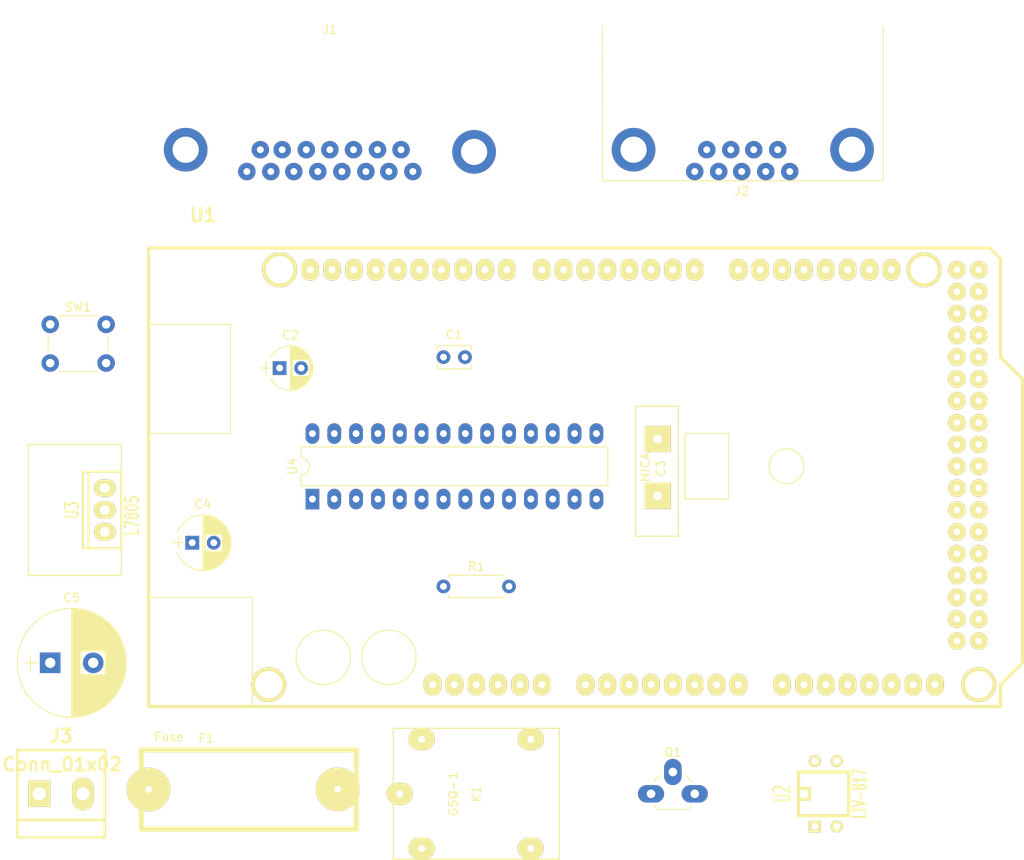
<source format=kicad_pcb>
(kicad_pcb (version 20171130) (host pcbnew no-vcs-found-b395b55~61~ubuntu17.10.1)

  (general
    (thickness 1.6)
    (drawings 0)
    (tracks 0)
    (zones 0)
    (modules 17)
    (nets 168)
  )

  (page A4)
  (layers
    (0 F.Cu signal)
    (31 B.Cu signal)
    (32 B.Adhes user)
    (33 F.Adhes user)
    (34 B.Paste user)
    (35 F.Paste user)
    (36 B.SilkS user)
    (37 F.SilkS user)
    (38 B.Mask user)
    (39 F.Mask user)
    (40 Dwgs.User user)
    (41 Cmts.User user)
    (42 Eco1.User user)
    (43 Eco2.User user)
    (44 Edge.Cuts user)
    (45 Margin user)
    (46 B.CrtYd user)
    (47 F.CrtYd user)
    (48 B.Fab user)
    (49 F.Fab user)
  )

  (setup
    (last_trace_width 0.25)
    (trace_clearance 0.2)
    (zone_clearance 0.508)
    (zone_45_only no)
    (trace_min 0.2)
    (segment_width 0.2)
    (edge_width 0.15)
    (via_size 0.8)
    (via_drill 0.4)
    (via_min_size 0.4)
    (via_min_drill 0.3)
    (uvia_size 0.3)
    (uvia_drill 0.1)
    (uvias_allowed no)
    (uvia_min_size 0.2)
    (uvia_min_drill 0.1)
    (pcb_text_width 0.3)
    (pcb_text_size 1.5 1.5)
    (mod_edge_width 0.15)
    (mod_text_size 1 1)
    (mod_text_width 0.15)
    (pad_size 1.524 1.524)
    (pad_drill 0.762)
    (pad_to_mask_clearance 0.2)
    (aux_axis_origin 0 0)
    (visible_elements FFFFFF7F)
    (pcbplotparams
      (layerselection 0x010fc_ffffffff)
      (usegerberextensions false)
      (usegerberattributes false)
      (usegerberadvancedattributes false)
      (creategerberjobfile false)
      (excludeedgelayer true)
      (linewidth 0.100000)
      (plotframeref false)
      (viasonmask false)
      (mode 1)
      (useauxorigin false)
      (hpglpennumber 1)
      (hpglpenspeed 20)
      (hpglpendiameter 15)
      (psnegative false)
      (psa4output false)
      (plotreference true)
      (plotvalue true)
      (plotinvisibletext false)
      (padsonsilk false)
      (subtractmaskfromsilk false)
      (outputformat 1)
      (mirror false)
      (drillshape 1)
      (scaleselection 1)
      (outputdirectory ""))
  )

  (net 0 "")
  (net 1 "Net-(U1-Pad21)")
  (net 2 "Net-(U1-Pad20)")
  (net 3 "Net-(U1-Pad14)")
  (net 4 "Net-(U1-Pad15)")
  (net 5 "Net-(U1-Pad16)")
  (net 6 "Net-(U1-Pad17)")
  (net 7 "Net-(U1-Pad18)")
  (net 8 "Net-(U1-Pad19)")
  (net 9 "Net-(U1-PadAD15)")
  (net 10 "Net-(U1-PadAD14)")
  (net 11 "Net-(U1-PadAD13)")
  (net 12 "Net-(U1-PadAD12)")
  (net 13 "Net-(U1-PadAD8)")
  (net 14 "Net-(U1-PadAD7)")
  (net 15 "Net-(U1-PadAD6)")
  (net 16 "Net-(U1-PadAD9)")
  (net 17 "Net-(U1-PadAD10)")
  (net 18 "Net-(U1-PadAD11)")
  (net 19 "Net-(U1-PadAD5)")
  (net 20 "Net-(U1-PadAD4)")
  (net 21 "Net-(U1-PadAD3)")
  (net 22 "Net-(U1-PadAD0)")
  (net 23 "Net-(U1-PadAD1)")
  (net 24 "Net-(U1-PadAD2)")
  (net 25 "Net-(U1-PadV_IN)")
  (net 26 "Net-(U1-PadGND2)")
  (net 27 "Net-(U1-PadGND1)")
  (net 28 "Net-(U1-Pad3V3)")
  (net 29 "Net-(U1-PadRST)")
  (net 30 "Net-(U1-Pad0)")
  (net 31 "Net-(U1-Pad1)")
  (net 32 "Net-(U1-Pad2)")
  (net 33 "Net-(U1-Pad3)")
  (net 34 "Net-(U1-Pad4)")
  (net 35 "Net-(U1-Pad5)")
  (net 36 "Net-(U1-Pad6)")
  (net 37 "Net-(U1-Pad7)")
  (net 38 "Net-(U1-Pad8)")
  (net 39 "Net-(U1-Pad9)")
  (net 40 "Net-(U1-Pad10)")
  (net 41 "Net-(U1-Pad11)")
  (net 42 "Net-(U1-Pad12)")
  (net 43 "Net-(U1-Pad13)")
  (net 44 "Net-(U1-PadGND3)")
  (net 45 "Net-(U1-PadAREF)")
  (net 46 "Net-(U1-Pad5V)")
  (net 47 "Net-(U1-Pad22)")
  (net 48 "Net-(U1-Pad23)")
  (net 49 "Net-(U1-Pad24)")
  (net 50 "Net-(U1-Pad25)")
  (net 51 "Net-(U1-Pad26)")
  (net 52 "Net-(U1-Pad27)")
  (net 53 "Net-(U1-Pad28)")
  (net 54 "Net-(U1-Pad29)")
  (net 55 "Net-(U1-Pad5V_4)")
  (net 56 "Net-(U1-Pad5V_5)")
  (net 57 "Net-(U1-Pad31)")
  (net 58 "Net-(U1-Pad30)")
  (net 59 "Net-(U1-Pad32)")
  (net 60 "Net-(U1-Pad33)")
  (net 61 "Net-(U1-Pad34)")
  (net 62 "Net-(U1-Pad35)")
  (net 63 "Net-(U1-Pad36)")
  (net 64 "Net-(U1-Pad37)")
  (net 65 "Net-(U1-Pad38)")
  (net 66 "Net-(U1-Pad39)")
  (net 67 "Net-(U1-Pad40)")
  (net 68 "Net-(U1-Pad41)")
  (net 69 "Net-(U1-Pad42)")
  (net 70 "Net-(U1-Pad43)")
  (net 71 "Net-(U1-Pad44)")
  (net 72 "Net-(U1-Pad45)")
  (net 73 "Net-(U1-Pad46)")
  (net 74 "Net-(U1-Pad47)")
  (net 75 "Net-(U1-Pad48)")
  (net 76 "Net-(U1-Pad49)")
  (net 77 "Net-(U1-Pad50)")
  (net 78 "Net-(U1-Pad51)")
  (net 79 "Net-(U1-Pad52)")
  (net 80 "Net-(U1-Pad53)")
  (net 81 "Net-(U1-PadGND4)")
  (net 82 "Net-(U1-PadGND5)")
  (net 83 "Net-(C1-Pad2)")
  (net 84 "Net-(C1-Pad1)")
  (net 85 "Net-(C2-Pad2)")
  (net 86 "Net-(C2-Pad1)")
  (net 87 "Net-(C3-Pad2)")
  (net 88 "Net-(C3-Pad1)")
  (net 89 "Net-(C4-Pad2)")
  (net 90 "Net-(C4-Pad1)")
  (net 91 "Net-(C5-Pad2)")
  (net 92 "Net-(C5-Pad1)")
  (net 93 "Net-(F1-Pad1)")
  (net 94 "Net-(F1-Pad2)")
  (net 95 "Net-(J1-Pad15)")
  (net 96 "Net-(J1-Pad14)")
  (net 97 "Net-(J1-Pad13)")
  (net 98 "Net-(J1-Pad12)")
  (net 99 "Net-(J1-Pad11)")
  (net 100 "Net-(J1-Pad10)")
  (net 101 "Net-(J1-Pad9)")
  (net 102 "Net-(J1-Pad8)")
  (net 103 "Net-(J1-Pad7)")
  (net 104 "Net-(J1-Pad6)")
  (net 105 "Net-(J1-Pad5)")
  (net 106 "Net-(J1-Pad4)")
  (net 107 "Net-(J1-Pad3)")
  (net 108 "Net-(J1-Pad2)")
  (net 109 "Net-(J1-Pad1)")
  (net 110 "Net-(J2-Pad9)")
  (net 111 "Net-(J2-Pad8)")
  (net 112 "Net-(J2-Pad7)")
  (net 113 "Net-(J2-Pad6)")
  (net 114 "Net-(J2-Pad5)")
  (net 115 "Net-(J2-Pad4)")
  (net 116 "Net-(J2-Pad3)")
  (net 117 "Net-(J2-Pad2)")
  (net 118 "Net-(J2-Pad1)")
  (net 119 "Net-(J3-Pad1)")
  (net 120 "Net-(J3-Pad2)")
  (net 121 "Net-(K1-Pad2)")
  (net 122 "Net-(K1-Pad3)")
  (net 123 "Net-(K1-Pad1)")
  (net 124 "Net-(K1-Pad4)")
  (net 125 "Net-(K1-Pad5)")
  (net 126 "Net-(Q1-Pad3)")
  (net 127 "Net-(Q1-Pad1)")
  (net 128 "Net-(Q1-Pad2)")
  (net 129 "Net-(R1-Pad2)")
  (net 130 "Net-(R1-Pad1)")
  (net 131 "Net-(SW1-Pad1)")
  (net 132 "Net-(SW1-Pad2)")
  (net 133 "Net-(U2-Pad1)")
  (net 134 "Net-(U2-Pad2)")
  (net 135 "Net-(U2-Pad3)")
  (net 136 "Net-(U2-Pad4)")
  (net 137 "Net-(U3-Pad1)")
  (net 138 "Net-(U3-Pad2)")
  (net 139 "Net-(U3-Pad3)")
  (net 140 "Net-(U4-Pad28)")
  (net 141 "Net-(U4-Pad14)")
  (net 142 "Net-(U4-Pad27)")
  (net 143 "Net-(U4-Pad13)")
  (net 144 "Net-(U4-Pad26)")
  (net 145 "Net-(U4-Pad12)")
  (net 146 "Net-(U4-Pad25)")
  (net 147 "Net-(U4-Pad11)")
  (net 148 "Net-(U4-Pad24)")
  (net 149 "Net-(U4-Pad10)")
  (net 150 "Net-(U4-Pad23)")
  (net 151 "Net-(U4-Pad9)")
  (net 152 "Net-(U4-Pad22)")
  (net 153 "Net-(U4-Pad8)")
  (net 154 "Net-(U4-Pad21)")
  (net 155 "Net-(U4-Pad7)")
  (net 156 "Net-(U4-Pad20)")
  (net 157 "Net-(U4-Pad6)")
  (net 158 "Net-(U4-Pad19)")
  (net 159 "Net-(U4-Pad5)")
  (net 160 "Net-(U4-Pad18)")
  (net 161 "Net-(U4-Pad4)")
  (net 162 "Net-(U4-Pad17)")
  (net 163 "Net-(U4-Pad3)")
  (net 164 "Net-(U4-Pad16)")
  (net 165 "Net-(U4-Pad2)")
  (net 166 "Net-(U4-Pad15)")
  (net 167 "Net-(U4-Pad1)")

  (net_class Default "This is the default net class."
    (clearance 0.2)
    (trace_width 0.25)
    (via_dia 0.8)
    (via_drill 0.4)
    (uvia_dia 0.3)
    (uvia_drill 0.1)
    (add_net "Net-(C1-Pad1)")
    (add_net "Net-(C1-Pad2)")
    (add_net "Net-(C2-Pad1)")
    (add_net "Net-(C2-Pad2)")
    (add_net "Net-(C3-Pad1)")
    (add_net "Net-(C3-Pad2)")
    (add_net "Net-(C4-Pad1)")
    (add_net "Net-(C4-Pad2)")
    (add_net "Net-(C5-Pad1)")
    (add_net "Net-(C5-Pad2)")
    (add_net "Net-(F1-Pad1)")
    (add_net "Net-(F1-Pad2)")
    (add_net "Net-(J1-Pad1)")
    (add_net "Net-(J1-Pad10)")
    (add_net "Net-(J1-Pad11)")
    (add_net "Net-(J1-Pad12)")
    (add_net "Net-(J1-Pad13)")
    (add_net "Net-(J1-Pad14)")
    (add_net "Net-(J1-Pad15)")
    (add_net "Net-(J1-Pad2)")
    (add_net "Net-(J1-Pad3)")
    (add_net "Net-(J1-Pad4)")
    (add_net "Net-(J1-Pad5)")
    (add_net "Net-(J1-Pad6)")
    (add_net "Net-(J1-Pad7)")
    (add_net "Net-(J1-Pad8)")
    (add_net "Net-(J1-Pad9)")
    (add_net "Net-(J2-Pad1)")
    (add_net "Net-(J2-Pad2)")
    (add_net "Net-(J2-Pad3)")
    (add_net "Net-(J2-Pad4)")
    (add_net "Net-(J2-Pad5)")
    (add_net "Net-(J2-Pad6)")
    (add_net "Net-(J2-Pad7)")
    (add_net "Net-(J2-Pad8)")
    (add_net "Net-(J2-Pad9)")
    (add_net "Net-(J3-Pad1)")
    (add_net "Net-(J3-Pad2)")
    (add_net "Net-(K1-Pad1)")
    (add_net "Net-(K1-Pad2)")
    (add_net "Net-(K1-Pad3)")
    (add_net "Net-(K1-Pad4)")
    (add_net "Net-(K1-Pad5)")
    (add_net "Net-(Q1-Pad1)")
    (add_net "Net-(Q1-Pad2)")
    (add_net "Net-(Q1-Pad3)")
    (add_net "Net-(R1-Pad1)")
    (add_net "Net-(R1-Pad2)")
    (add_net "Net-(SW1-Pad1)")
    (add_net "Net-(SW1-Pad2)")
    (add_net "Net-(U1-Pad0)")
    (add_net "Net-(U1-Pad1)")
    (add_net "Net-(U1-Pad10)")
    (add_net "Net-(U1-Pad11)")
    (add_net "Net-(U1-Pad12)")
    (add_net "Net-(U1-Pad13)")
    (add_net "Net-(U1-Pad14)")
    (add_net "Net-(U1-Pad15)")
    (add_net "Net-(U1-Pad16)")
    (add_net "Net-(U1-Pad17)")
    (add_net "Net-(U1-Pad18)")
    (add_net "Net-(U1-Pad19)")
    (add_net "Net-(U1-Pad2)")
    (add_net "Net-(U1-Pad20)")
    (add_net "Net-(U1-Pad21)")
    (add_net "Net-(U1-Pad22)")
    (add_net "Net-(U1-Pad23)")
    (add_net "Net-(U1-Pad24)")
    (add_net "Net-(U1-Pad25)")
    (add_net "Net-(U1-Pad26)")
    (add_net "Net-(U1-Pad27)")
    (add_net "Net-(U1-Pad28)")
    (add_net "Net-(U1-Pad29)")
    (add_net "Net-(U1-Pad3)")
    (add_net "Net-(U1-Pad30)")
    (add_net "Net-(U1-Pad31)")
    (add_net "Net-(U1-Pad32)")
    (add_net "Net-(U1-Pad33)")
    (add_net "Net-(U1-Pad34)")
    (add_net "Net-(U1-Pad35)")
    (add_net "Net-(U1-Pad36)")
    (add_net "Net-(U1-Pad37)")
    (add_net "Net-(U1-Pad38)")
    (add_net "Net-(U1-Pad39)")
    (add_net "Net-(U1-Pad3V3)")
    (add_net "Net-(U1-Pad4)")
    (add_net "Net-(U1-Pad40)")
    (add_net "Net-(U1-Pad41)")
    (add_net "Net-(U1-Pad42)")
    (add_net "Net-(U1-Pad43)")
    (add_net "Net-(U1-Pad44)")
    (add_net "Net-(U1-Pad45)")
    (add_net "Net-(U1-Pad46)")
    (add_net "Net-(U1-Pad47)")
    (add_net "Net-(U1-Pad48)")
    (add_net "Net-(U1-Pad49)")
    (add_net "Net-(U1-Pad5)")
    (add_net "Net-(U1-Pad50)")
    (add_net "Net-(U1-Pad51)")
    (add_net "Net-(U1-Pad52)")
    (add_net "Net-(U1-Pad53)")
    (add_net "Net-(U1-Pad5V)")
    (add_net "Net-(U1-Pad5V_4)")
    (add_net "Net-(U1-Pad5V_5)")
    (add_net "Net-(U1-Pad6)")
    (add_net "Net-(U1-Pad7)")
    (add_net "Net-(U1-Pad8)")
    (add_net "Net-(U1-Pad9)")
    (add_net "Net-(U1-PadAD0)")
    (add_net "Net-(U1-PadAD1)")
    (add_net "Net-(U1-PadAD10)")
    (add_net "Net-(U1-PadAD11)")
    (add_net "Net-(U1-PadAD12)")
    (add_net "Net-(U1-PadAD13)")
    (add_net "Net-(U1-PadAD14)")
    (add_net "Net-(U1-PadAD15)")
    (add_net "Net-(U1-PadAD2)")
    (add_net "Net-(U1-PadAD3)")
    (add_net "Net-(U1-PadAD4)")
    (add_net "Net-(U1-PadAD5)")
    (add_net "Net-(U1-PadAD6)")
    (add_net "Net-(U1-PadAD7)")
    (add_net "Net-(U1-PadAD8)")
    (add_net "Net-(U1-PadAD9)")
    (add_net "Net-(U1-PadAREF)")
    (add_net "Net-(U1-PadGND1)")
    (add_net "Net-(U1-PadGND2)")
    (add_net "Net-(U1-PadGND3)")
    (add_net "Net-(U1-PadGND4)")
    (add_net "Net-(U1-PadGND5)")
    (add_net "Net-(U1-PadRST)")
    (add_net "Net-(U1-PadV_IN)")
    (add_net "Net-(U2-Pad1)")
    (add_net "Net-(U2-Pad2)")
    (add_net "Net-(U2-Pad3)")
    (add_net "Net-(U2-Pad4)")
    (add_net "Net-(U3-Pad1)")
    (add_net "Net-(U3-Pad2)")
    (add_net "Net-(U3-Pad3)")
    (add_net "Net-(U4-Pad1)")
    (add_net "Net-(U4-Pad10)")
    (add_net "Net-(U4-Pad11)")
    (add_net "Net-(U4-Pad12)")
    (add_net "Net-(U4-Pad13)")
    (add_net "Net-(U4-Pad14)")
    (add_net "Net-(U4-Pad15)")
    (add_net "Net-(U4-Pad16)")
    (add_net "Net-(U4-Pad17)")
    (add_net "Net-(U4-Pad18)")
    (add_net "Net-(U4-Pad19)")
    (add_net "Net-(U4-Pad2)")
    (add_net "Net-(U4-Pad20)")
    (add_net "Net-(U4-Pad21)")
    (add_net "Net-(U4-Pad22)")
    (add_net "Net-(U4-Pad23)")
    (add_net "Net-(U4-Pad24)")
    (add_net "Net-(U4-Pad25)")
    (add_net "Net-(U4-Pad26)")
    (add_net "Net-(U4-Pad27)")
    (add_net "Net-(U4-Pad28)")
    (add_net "Net-(U4-Pad3)")
    (add_net "Net-(U4-Pad4)")
    (add_net "Net-(U4-Pad5)")
    (add_net "Net-(U4-Pad6)")
    (add_net "Net-(U4-Pad7)")
    (add_net "Net-(U4-Pad8)")
    (add_net "Net-(U4-Pad9)")
  )

  (module Mods:ARDUINO_MEGA_SHIELD (layer F.Cu) (tedit 5A30FC5D) (tstamp 5A565114)
    (at 74.93 120.65)
    (path /5A321F38)
    (fp_text reference U1 (at 6.35 -57.15) (layer F.SilkS)
      (effects (font (thickness 0.3048)))
    )
    (fp_text value Arduino_Mega (at 13.97 -54.61) (layer F.SilkS) hide
      (effects (font (thickness 0.3048)))
    )
    (fp_circle (center 27.94 -5.715) (end 31.115 -5.715) (layer F.SilkS) (width 0.127))
    (fp_circle (center 20.32 -5.715) (end 23.495 -5.715) (layer F.SilkS) (width 0.127))
    (fp_line (start 0 -12.7) (end 12.065 -12.7) (layer F.SilkS) (width 0.127))
    (fp_line (start 12.065 -12.7) (end 12.065 0) (layer F.SilkS) (width 0.127))
    (fp_line (start 0 -44.45) (end 9.525 -44.45) (layer F.SilkS) (width 0.127))
    (fp_line (start 9.525 -44.45) (end 9.525 -31.75) (layer F.SilkS) (width 0.127))
    (fp_line (start 9.525 -31.75) (end 0 -31.75) (layer F.SilkS) (width 0.127))
    (fp_line (start 62.357 -31.75) (end 62.357 -24.13) (layer F.SilkS) (width 0.127))
    (fp_line (start 62.357 -24.13) (end 67.437 -24.13) (layer F.SilkS) (width 0.127))
    (fp_line (start 67.437 -24.13) (end 67.437 -31.75) (layer F.SilkS) (width 0.127))
    (fp_line (start 67.437 -31.75) (end 62.357 -31.75) (layer F.SilkS) (width 0.127))
    (fp_circle (center 74.168 -27.94) (end 76.2 -27.94) (layer F.SilkS) (width 0.127))
    (fp_line (start 99.06 0) (end 0 0) (layer F.SilkS) (width 0.381))
    (fp_line (start 97.79 -53.34) (end 0 -53.34) (layer F.SilkS) (width 0.381))
    (fp_line (start 99.06 -40.64) (end 99.06 -52.07) (layer F.SilkS) (width 0.381))
    (fp_line (start 99.06 -52.07) (end 97.79 -53.34) (layer F.SilkS) (width 0.381))
    (fp_line (start 0 0) (end 0 -53.34) (layer F.SilkS) (width 0.381))
    (fp_line (start 99.06 -40.64) (end 101.6 -38.1) (layer F.SilkS) (width 0.381))
    (fp_line (start 101.6 -38.1) (end 101.6 -5.08) (layer F.SilkS) (width 0.381))
    (fp_line (start 101.6 -5.08) (end 99.06 -2.54) (layer F.SilkS) (width 0.381))
    (fp_line (start 99.06 -2.54) (end 99.06 0) (layer F.SilkS) (width 0.381))
    (pad 21 thru_hole oval (at 18.796 -50.8 90) (size 2.54 2.032) (drill 0.8128) (layers *.Cu *.Mask F.SilkS)
      (net 1 "Net-(U1-Pad21)"))
    (pad 20 thru_hole oval (at 21.336 -50.8 90) (size 2.54 2.032) (drill 0.8128) (layers *.Cu *.Mask F.SilkS)
      (net 2 "Net-(U1-Pad20)"))
    (pad 14 thru_hole oval (at 68.58 -50.8 90) (size 2.54 2.032) (drill 0.8128) (layers *.Cu *.Mask F.SilkS)
      (net 3 "Net-(U1-Pad14)"))
    (pad 15 thru_hole oval (at 71.12 -50.8 90) (size 2.54 2.032) (drill 0.8128) (layers *.Cu *.Mask F.SilkS)
      (net 4 "Net-(U1-Pad15)"))
    (pad 16 thru_hole oval (at 73.66 -50.8 90) (size 2.54 2.032) (drill 0.8128) (layers *.Cu *.Mask F.SilkS)
      (net 5 "Net-(U1-Pad16)"))
    (pad 17 thru_hole oval (at 76.2 -50.8 90) (size 2.54 2.032) (drill 0.8128) (layers *.Cu *.Mask F.SilkS)
      (net 6 "Net-(U1-Pad17)"))
    (pad 18 thru_hole oval (at 78.74 -50.8 90) (size 2.54 2.032) (drill 0.8128) (layers *.Cu *.Mask F.SilkS)
      (net 7 "Net-(U1-Pad18)"))
    (pad 19 thru_hole oval (at 81.28 -50.8 90) (size 2.54 2.032) (drill 0.8128) (layers *.Cu *.Mask F.SilkS)
      (net 8 "Net-(U1-Pad19)"))
    (pad 20 thru_hole oval (at 83.82 -50.8 90) (size 2.54 2.032) (drill 0.8128) (layers *.Cu *.Mask F.SilkS)
      (net 2 "Net-(U1-Pad20)"))
    (pad 21 thru_hole oval (at 86.36 -50.8 90) (size 2.54 2.032) (drill 0.8128) (layers *.Cu *.Mask F.SilkS)
      (net 1 "Net-(U1-Pad21)"))
    (pad AD15 thru_hole oval (at 91.44 -2.54 90) (size 2.54 2.032) (drill 0.8128) (layers *.Cu *.Mask F.SilkS)
      (net 9 "Net-(U1-PadAD15)"))
    (pad AD14 thru_hole oval (at 88.9 -2.54 90) (size 2.54 2.032) (drill 0.8128) (layers *.Cu *.Mask F.SilkS)
      (net 10 "Net-(U1-PadAD14)"))
    (pad AD13 thru_hole oval (at 86.36 -2.54 90) (size 2.54 2.032) (drill 0.8128) (layers *.Cu *.Mask F.SilkS)
      (net 11 "Net-(U1-PadAD13)"))
    (pad AD12 thru_hole oval (at 83.82 -2.54 90) (size 2.54 2.032) (drill 0.8128) (layers *.Cu *.Mask F.SilkS)
      (net 12 "Net-(U1-PadAD12)"))
    (pad AD8 thru_hole oval (at 73.66 -2.54 90) (size 2.54 2.032) (drill 0.8128) (layers *.Cu *.Mask F.SilkS)
      (net 13 "Net-(U1-PadAD8)"))
    (pad AD7 thru_hole oval (at 68.58 -2.54 90) (size 2.54 2.032) (drill 0.8128) (layers *.Cu *.Mask F.SilkS)
      (net 14 "Net-(U1-PadAD7)"))
    (pad AD6 thru_hole oval (at 66.04 -2.54 90) (size 2.54 2.032) (drill 0.8128) (layers *.Cu *.Mask F.SilkS)
      (net 15 "Net-(U1-PadAD6)"))
    (pad AD9 thru_hole oval (at 76.2 -2.54 90) (size 2.54 2.032) (drill 0.8128) (layers *.Cu *.Mask F.SilkS)
      (net 16 "Net-(U1-PadAD9)"))
    (pad AD10 thru_hole oval (at 78.74 -2.54 90) (size 2.54 2.032) (drill 0.8128) (layers *.Cu *.Mask F.SilkS)
      (net 17 "Net-(U1-PadAD10)"))
    (pad AD11 thru_hole oval (at 81.28 -2.54 90) (size 2.54 2.032) (drill 0.8128) (layers *.Cu *.Mask F.SilkS)
      (net 18 "Net-(U1-PadAD11)"))
    (pad AD5 thru_hole oval (at 63.5 -2.54 90) (size 2.54 2.032) (drill 0.8128) (layers *.Cu *.Mask F.SilkS)
      (net 19 "Net-(U1-PadAD5)"))
    (pad AD4 thru_hole oval (at 60.96 -2.54 90) (size 2.54 2.032) (drill 0.8128) (layers *.Cu *.Mask F.SilkS)
      (net 20 "Net-(U1-PadAD4)"))
    (pad AD3 thru_hole oval (at 58.42 -2.54 90) (size 2.54 2.032) (drill 0.8128) (layers *.Cu *.Mask F.SilkS)
      (net 21 "Net-(U1-PadAD3)"))
    (pad AD0 thru_hole oval (at 50.8 -2.54 90) (size 2.54 2.032) (drill 0.8128) (layers *.Cu *.Mask F.SilkS)
      (net 22 "Net-(U1-PadAD0)"))
    (pad AD1 thru_hole oval (at 53.34 -2.54 90) (size 2.54 2.032) (drill 0.8128) (layers *.Cu *.Mask F.SilkS)
      (net 23 "Net-(U1-PadAD1)"))
    (pad AD2 thru_hole oval (at 55.88 -2.54 90) (size 2.54 2.032) (drill 0.8128) (layers *.Cu *.Mask F.SilkS)
      (net 24 "Net-(U1-PadAD2)"))
    (pad V_IN thru_hole oval (at 45.72 -2.54 90) (size 2.54 2.032) (drill 0.8128) (layers *.Cu *.Mask F.SilkS)
      (net 25 "Net-(U1-PadV_IN)"))
    (pad GND2 thru_hole oval (at 43.18 -2.54 90) (size 2.54 2.032) (drill 0.8128) (layers *.Cu *.Mask F.SilkS)
      (net 26 "Net-(U1-PadGND2)"))
    (pad GND1 thru_hole oval (at 40.64 -2.54 90) (size 2.54 2.032) (drill 0.8128) (layers *.Cu *.Mask F.SilkS)
      (net 27 "Net-(U1-PadGND1)"))
    (pad 3V3 thru_hole oval (at 35.56 -2.54 90) (size 2.54 2.032) (drill 0.8128) (layers *.Cu *.Mask F.SilkS)
      (net 28 "Net-(U1-Pad3V3)"))
    (pad RST thru_hole oval (at 33.02 -2.54 90) (size 2.54 2.032) (drill 0.8128) (layers *.Cu *.Mask F.SilkS)
      (net 29 "Net-(U1-PadRST)"))
    (pad 0 thru_hole oval (at 63.5 -50.8 90) (size 2.54 2.032) (drill 0.8128) (layers *.Cu *.Mask F.SilkS)
      (net 30 "Net-(U1-Pad0)"))
    (pad 1 thru_hole oval (at 60.96 -50.8 90) (size 2.54 2.032) (drill 0.8128) (layers *.Cu *.Mask F.SilkS)
      (net 31 "Net-(U1-Pad1)"))
    (pad 2 thru_hole oval (at 58.42 -50.8 90) (size 2.54 2.032) (drill 0.8128) (layers *.Cu *.Mask F.SilkS)
      (net 32 "Net-(U1-Pad2)"))
    (pad 3 thru_hole oval (at 55.88 -50.8 90) (size 2.54 2.032) (drill 0.8128) (layers *.Cu *.Mask F.SilkS)
      (net 33 "Net-(U1-Pad3)"))
    (pad 4 thru_hole oval (at 53.34 -50.8 90) (size 2.54 2.032) (drill 0.8128) (layers *.Cu *.Mask F.SilkS)
      (net 34 "Net-(U1-Pad4)"))
    (pad 5 thru_hole oval (at 50.8 -50.8 90) (size 2.54 2.032) (drill 0.8128) (layers *.Cu *.Mask F.SilkS)
      (net 35 "Net-(U1-Pad5)"))
    (pad 6 thru_hole oval (at 48.26 -50.8 90) (size 2.54 2.032) (drill 0.8128) (layers *.Cu *.Mask F.SilkS)
      (net 36 "Net-(U1-Pad6)"))
    (pad 7 thru_hole oval (at 45.72 -50.8 90) (size 2.54 2.032) (drill 0.8128) (layers *.Cu *.Mask F.SilkS)
      (net 37 "Net-(U1-Pad7)"))
    (pad 8 thru_hole oval (at 41.656 -50.8 90) (size 2.54 2.032) (drill 0.8128) (layers *.Cu *.Mask F.SilkS)
      (net 38 "Net-(U1-Pad8)"))
    (pad 9 thru_hole oval (at 39.116 -50.8 90) (size 2.54 2.032) (drill 0.8128) (layers *.Cu *.Mask F.SilkS)
      (net 39 "Net-(U1-Pad9)"))
    (pad 10 thru_hole oval (at 36.576 -50.8 90) (size 2.54 2.032) (drill 0.8128) (layers *.Cu *.Mask F.SilkS)
      (net 40 "Net-(U1-Pad10)"))
    (pad 11 thru_hole oval (at 34.036 -50.8 90) (size 2.54 2.032) (drill 0.8128) (layers *.Cu *.Mask F.SilkS)
      (net 41 "Net-(U1-Pad11)"))
    (pad 12 thru_hole oval (at 31.496 -50.8 90) (size 2.54 2.032) (drill 0.8128) (layers *.Cu *.Mask F.SilkS)
      (net 42 "Net-(U1-Pad12)"))
    (pad 13 thru_hole oval (at 28.956 -50.8 90) (size 2.54 2.032) (drill 0.8128) (layers *.Cu *.Mask F.SilkS)
      (net 43 "Net-(U1-Pad13)"))
    (pad GND3 thru_hole oval (at 26.416 -50.8 90) (size 2.54 2.032) (drill 0.8128) (layers *.Cu *.Mask F.SilkS)
      (net 44 "Net-(U1-PadGND3)"))
    (pad AREF thru_hole oval (at 23.876 -50.8 90) (size 2.54 2.032) (drill 0.8128) (layers *.Cu *.Mask F.SilkS)
      (net 45 "Net-(U1-PadAREF)"))
    (pad 5V thru_hole oval (at 38.1 -2.54 90) (size 2.54 2.032) (drill 0.8128) (layers *.Cu *.Mask F.SilkS)
      (net 46 "Net-(U1-Pad5V)"))
    (pad "" thru_hole circle (at 96.52 -2.54 90) (size 4.064 4.064) (drill 3.175) (layers *.Cu *.Mask F.SilkS))
    (pad "" thru_hole circle (at 90.17 -50.8 90) (size 4.064 4.064) (drill 3.175) (layers *.Cu *.Mask F.SilkS))
    (pad "" thru_hole circle (at 15.24 -50.8 90) (size 4.064 4.064) (drill 3.175) (layers *.Cu *.Mask F.SilkS)
      (clearance 0.635))
    (pad "" thru_hole circle (at 13.97 -2.54 90) (size 4.064 4.064) (drill 3.175) (layers *.Cu *.Mask F.SilkS))
    (pad 22 thru_hole circle (at 93.98 -48.26) (size 2.032 2.032) (drill 0.762) (layers *.Cu *.Mask F.SilkS)
      (net 47 "Net-(U1-Pad22)"))
    (pad 23 thru_hole circle (at 96.52 -48.26) (size 2.032 2.032) (drill 0.762) (layers *.Cu *.Mask F.SilkS)
      (net 48 "Net-(U1-Pad23)"))
    (pad 24 thru_hole circle (at 93.98 -45.72) (size 2.032 2.032) (drill 0.762) (layers *.Cu *.Mask F.SilkS)
      (net 49 "Net-(U1-Pad24)"))
    (pad 25 thru_hole circle (at 96.52 -45.72) (size 2.032 2.032) (drill 0.762) (layers *.Cu *.Mask F.SilkS)
      (net 50 "Net-(U1-Pad25)"))
    (pad 26 thru_hole circle (at 93.98 -43.18) (size 2.032 2.032) (drill 0.762) (layers *.Cu *.Mask F.SilkS)
      (net 51 "Net-(U1-Pad26)"))
    (pad 27 thru_hole circle (at 96.52 -43.18) (size 2.032 2.032) (drill 0.762) (layers *.Cu *.Mask F.SilkS)
      (net 52 "Net-(U1-Pad27)"))
    (pad 28 thru_hole circle (at 93.98 -40.64) (size 2.032 2.032) (drill 0.762) (layers *.Cu *.Mask F.SilkS)
      (net 53 "Net-(U1-Pad28)"))
    (pad 29 thru_hole circle (at 96.52 -40.64) (size 2.032 2.032) (drill 0.762) (layers *.Cu *.Mask F.SilkS)
      (net 54 "Net-(U1-Pad29)"))
    (pad 5V_4 thru_hole circle (at 93.98 -50.8) (size 2.032 2.032) (drill 0.762) (layers *.Cu *.Mask F.SilkS)
      (net 55 "Net-(U1-Pad5V_4)"))
    (pad 5V_5 thru_hole circle (at 96.52 -50.8) (size 2.032 2.032) (drill 0.762) (layers *.Cu *.Mask F.SilkS)
      (net 56 "Net-(U1-Pad5V_5)"))
    (pad 31 thru_hole circle (at 96.52 -38.1) (size 2.032 2.032) (drill 0.762) (layers *.Cu *.Mask F.SilkS)
      (net 57 "Net-(U1-Pad31)"))
    (pad 30 thru_hole circle (at 93.98 -38.1) (size 2.032 2.032) (drill 0.762) (layers *.Cu *.Mask F.SilkS)
      (net 58 "Net-(U1-Pad30)"))
    (pad 32 thru_hole circle (at 93.98 -35.56) (size 2.032 2.032) (drill 0.762) (layers *.Cu *.Mask F.SilkS)
      (net 59 "Net-(U1-Pad32)"))
    (pad 33 thru_hole circle (at 96.52 -35.56) (size 2.032 2.032) (drill 0.762) (layers *.Cu *.Mask F.SilkS)
      (net 60 "Net-(U1-Pad33)"))
    (pad 34 thru_hole circle (at 93.98 -33.02) (size 2.032 2.032) (drill 0.762) (layers *.Cu *.Mask F.SilkS)
      (net 61 "Net-(U1-Pad34)"))
    (pad 35 thru_hole circle (at 96.52 -33.02) (size 2.032 2.032) (drill 0.762) (layers *.Cu *.Mask F.SilkS)
      (net 62 "Net-(U1-Pad35)"))
    (pad 36 thru_hole circle (at 93.98 -30.48) (size 2.032 2.032) (drill 0.762) (layers *.Cu *.Mask F.SilkS)
      (net 63 "Net-(U1-Pad36)"))
    (pad 37 thru_hole circle (at 96.52 -30.48) (size 2.032 2.032) (drill 0.762) (layers *.Cu *.Mask F.SilkS)
      (net 64 "Net-(U1-Pad37)"))
    (pad 38 thru_hole circle (at 93.98 -27.94) (size 2.032 2.032) (drill 0.762) (layers *.Cu *.Mask F.SilkS)
      (net 65 "Net-(U1-Pad38)"))
    (pad 39 thru_hole circle (at 96.52 -27.94) (size 2.032 2.032) (drill 0.762) (layers *.Cu *.Mask F.SilkS)
      (net 66 "Net-(U1-Pad39)"))
    (pad 40 thru_hole circle (at 93.98 -25.4) (size 2.032 2.032) (drill 0.762) (layers *.Cu *.Mask F.SilkS)
      (net 67 "Net-(U1-Pad40)"))
    (pad 41 thru_hole circle (at 96.52 -25.4) (size 2.032 2.032) (drill 0.762) (layers *.Cu *.Mask F.SilkS)
      (net 68 "Net-(U1-Pad41)"))
    (pad 42 thru_hole circle (at 93.98 -22.86) (size 2.032 2.032) (drill 0.762) (layers *.Cu *.Mask F.SilkS)
      (net 69 "Net-(U1-Pad42)"))
    (pad 43 thru_hole circle (at 96.52 -22.86) (size 2.032 2.032) (drill 0.762) (layers *.Cu *.Mask F.SilkS)
      (net 70 "Net-(U1-Pad43)"))
    (pad 44 thru_hole circle (at 93.98 -20.32) (size 2.032 2.032) (drill 0.762) (layers *.Cu *.Mask F.SilkS)
      (net 71 "Net-(U1-Pad44)"))
    (pad 45 thru_hole circle (at 96.52 -20.32) (size 2.032 2.032) (drill 0.762) (layers *.Cu *.Mask F.SilkS)
      (net 72 "Net-(U1-Pad45)"))
    (pad 46 thru_hole circle (at 93.98 -17.78) (size 2.032 2.032) (drill 0.762) (layers *.Cu *.Mask F.SilkS)
      (net 73 "Net-(U1-Pad46)"))
    (pad 47 thru_hole circle (at 96.52 -17.78) (size 2.032 2.032) (drill 0.762) (layers *.Cu *.Mask F.SilkS)
      (net 74 "Net-(U1-Pad47)"))
    (pad 48 thru_hole circle (at 93.98 -15.24) (size 2.032 2.032) (drill 0.762) (layers *.Cu *.Mask F.SilkS)
      (net 75 "Net-(U1-Pad48)"))
    (pad 49 thru_hole circle (at 96.52 -15.24) (size 2.032 2.032) (drill 0.762) (layers *.Cu *.Mask F.SilkS)
      (net 76 "Net-(U1-Pad49)"))
    (pad 50 thru_hole circle (at 93.98 -12.7) (size 2.032 2.032) (drill 0.762) (layers *.Cu *.Mask F.SilkS)
      (net 77 "Net-(U1-Pad50)"))
    (pad 51 thru_hole circle (at 96.52 -12.7) (size 2.032 2.032) (drill 0.762) (layers *.Cu *.Mask F.SilkS)
      (net 78 "Net-(U1-Pad51)"))
    (pad 52 thru_hole circle (at 93.98 -10.16) (size 2.032 2.032) (drill 0.762) (layers *.Cu *.Mask F.SilkS)
      (net 79 "Net-(U1-Pad52)"))
    (pad 53 thru_hole circle (at 96.52 -10.16) (size 2.032 2.032) (drill 0.762) (layers *.Cu *.Mask F.SilkS)
      (net 80 "Net-(U1-Pad53)"))
    (pad GND4 thru_hole circle (at 93.98 -7.62) (size 2.032 2.032) (drill 0.762) (layers *.Cu *.Mask F.SilkS)
      (net 81 "Net-(U1-PadGND4)"))
    (pad GND5 thru_hole circle (at 96.52 -7.62) (size 2.032 2.032) (drill 0.762) (layers *.Cu *.Mask F.SilkS)
      (net 82 "Net-(U1-PadGND5)"))
    (model ${KICAD_CUSTOM}/_3D/NO_IP_3Ds/conn/arduino_mega_header.wrl
      (offset (xyz 49.52999925613403 26.66999959945679 0))
      (scale (xyz 1 1 1))
      (rotate (xyz 0 0 0))
    )
  )

  (module Mods:Cap_0.1in_pF (layer F.Cu) (tedit 5A3100A3) (tstamp 5A68490D)
    (at 109.22 80.01)
    (descr "C, Disc series, Radial, pin pitch=2.50mm, , diameter*width=3.8*2.6mm^2, Capacitor, http://www.vishay.com/docs/45233/krseries.pdf")
    (tags "C Disc series Radial pin pitch 2.50mm  diameter 3.8mm width 2.6mm Capacitor")
    (path /5A3224F6)
    (fp_text reference C1 (at 1.25 -2.61) (layer F.SilkS)
      (effects (font (size 1 1) (thickness 0.15)))
    )
    (fp_text value 0.1uF (at 1.25 2.61) (layer F.Fab)
      (effects (font (size 1 1) (thickness 0.15)))
    )
    (fp_text user %R (at 1.25 0) (layer F.Fab)
      (effects (font (size 1 1) (thickness 0.15)))
    )
    (fp_line (start 3.55 -1.65) (end -1.05 -1.65) (layer F.CrtYd) (width 0.05))
    (fp_line (start 3.55 1.65) (end 3.55 -1.65) (layer F.CrtYd) (width 0.05))
    (fp_line (start -1.05 1.65) (end 3.55 1.65) (layer F.CrtYd) (width 0.05))
    (fp_line (start -1.05 -1.65) (end -1.05 1.65) (layer F.CrtYd) (width 0.05))
    (fp_line (start 3.21 0.75) (end 3.21 1.36) (layer F.SilkS) (width 0.12))
    (fp_line (start 3.21 -1.36) (end 3.21 -0.75) (layer F.SilkS) (width 0.12))
    (fp_line (start -0.71 0.75) (end -0.71 1.36) (layer F.SilkS) (width 0.12))
    (fp_line (start -0.71 -1.36) (end -0.71 -0.75) (layer F.SilkS) (width 0.12))
    (fp_line (start -0.71 1.36) (end 3.21 1.36) (layer F.SilkS) (width 0.12))
    (fp_line (start -0.71 -1.36) (end 3.21 -1.36) (layer F.SilkS) (width 0.12))
    (fp_line (start 3.15 -1.3) (end -0.65 -1.3) (layer F.Fab) (width 0.1))
    (fp_line (start 3.15 1.3) (end 3.15 -1.3) (layer F.Fab) (width 0.1))
    (fp_line (start -0.65 1.3) (end 3.15 1.3) (layer F.Fab) (width 0.1))
    (fp_line (start -0.65 -1.3) (end -0.65 1.3) (layer F.Fab) (width 0.1))
    (pad 2 thru_hole circle (at 2.5 0) (size 1.6 1.6) (drill 0.8) (layers *.Cu *.Mask)
      (net 83 "Net-(C1-Pad2)"))
    (pad 1 thru_hole circle (at 0 0) (size 1.6 1.6) (drill 0.8) (layers *.Cu *.Mask)
      (net 84 "Net-(C1-Pad1)"))
    (model ${KISYS3DMOD}/Capacitors_THT.3dshapes/C_Disc_D3.8mm_W2.6mm_P2.50mm.wrl
      (at (xyz 0 0 0))
      (scale (xyz 1 1 1))
      (rotate (xyz 0 0 0))
    )
  )

  (module Mods:Cap_10uF (layer F.Cu) (tedit 5A3100DD) (tstamp 5A684992)
    (at 90.17 81.28)
    (descr "CP, Radial series, Radial, pin pitch=2.50mm, , diameter=5mm, Electrolytic Capacitor")
    (tags "CP Radial series Radial pin pitch 2.50mm  diameter 5mm Electrolytic Capacitor")
    (path /5A32254C)
    (fp_text reference C2 (at 1.25 -3.81) (layer F.SilkS)
      (effects (font (size 1 1) (thickness 0.15)))
    )
    (fp_text value 10uF (at 1.25 3.81) (layer F.Fab)
      (effects (font (size 1 1) (thickness 0.15)))
    )
    (fp_text user %R (at 1.25 0) (layer F.Fab)
      (effects (font (size 1 1) (thickness 0.15)))
    )
    (fp_line (start 4.1 -2.85) (end -1.6 -2.85) (layer F.CrtYd) (width 0.05))
    (fp_line (start 4.1 2.85) (end 4.1 -2.85) (layer F.CrtYd) (width 0.05))
    (fp_line (start -1.6 2.85) (end 4.1 2.85) (layer F.CrtYd) (width 0.05))
    (fp_line (start -1.6 -2.85) (end -1.6 2.85) (layer F.CrtYd) (width 0.05))
    (fp_line (start -1.6 -0.65) (end -1.6 0.65) (layer F.SilkS) (width 0.12))
    (fp_line (start -2.2 0) (end -1 0) (layer F.SilkS) (width 0.12))
    (fp_line (start 3.811 -0.354) (end 3.811 0.354) (layer F.SilkS) (width 0.12))
    (fp_line (start 3.771 -0.559) (end 3.771 0.559) (layer F.SilkS) (width 0.12))
    (fp_line (start 3.731 -0.707) (end 3.731 0.707) (layer F.SilkS) (width 0.12))
    (fp_line (start 3.691 -0.829) (end 3.691 0.829) (layer F.SilkS) (width 0.12))
    (fp_line (start 3.651 -0.934) (end 3.651 0.934) (layer F.SilkS) (width 0.12))
    (fp_line (start 3.611 -1.028) (end 3.611 1.028) (layer F.SilkS) (width 0.12))
    (fp_line (start 3.571 -1.112) (end 3.571 1.112) (layer F.SilkS) (width 0.12))
    (fp_line (start 3.531 -1.189) (end 3.531 1.189) (layer F.SilkS) (width 0.12))
    (fp_line (start 3.491 -1.261) (end 3.491 1.261) (layer F.SilkS) (width 0.12))
    (fp_line (start 3.451 0.98) (end 3.451 1.327) (layer F.SilkS) (width 0.12))
    (fp_line (start 3.451 -1.327) (end 3.451 -0.98) (layer F.SilkS) (width 0.12))
    (fp_line (start 3.411 0.98) (end 3.411 1.39) (layer F.SilkS) (width 0.12))
    (fp_line (start 3.411 -1.39) (end 3.411 -0.98) (layer F.SilkS) (width 0.12))
    (fp_line (start 3.371 0.98) (end 3.371 1.448) (layer F.SilkS) (width 0.12))
    (fp_line (start 3.371 -1.448) (end 3.371 -0.98) (layer F.SilkS) (width 0.12))
    (fp_line (start 3.331 0.98) (end 3.331 1.504) (layer F.SilkS) (width 0.12))
    (fp_line (start 3.331 -1.504) (end 3.331 -0.98) (layer F.SilkS) (width 0.12))
    (fp_line (start 3.291 0.98) (end 3.291 1.556) (layer F.SilkS) (width 0.12))
    (fp_line (start 3.291 -1.556) (end 3.291 -0.98) (layer F.SilkS) (width 0.12))
    (fp_line (start 3.251 0.98) (end 3.251 1.606) (layer F.SilkS) (width 0.12))
    (fp_line (start 3.251 -1.606) (end 3.251 -0.98) (layer F.SilkS) (width 0.12))
    (fp_line (start 3.211 0.98) (end 3.211 1.654) (layer F.SilkS) (width 0.12))
    (fp_line (start 3.211 -1.654) (end 3.211 -0.98) (layer F.SilkS) (width 0.12))
    (fp_line (start 3.171 0.98) (end 3.171 1.699) (layer F.SilkS) (width 0.12))
    (fp_line (start 3.171 -1.699) (end 3.171 -0.98) (layer F.SilkS) (width 0.12))
    (fp_line (start 3.131 0.98) (end 3.131 1.742) (layer F.SilkS) (width 0.12))
    (fp_line (start 3.131 -1.742) (end 3.131 -0.98) (layer F.SilkS) (width 0.12))
    (fp_line (start 3.091 0.98) (end 3.091 1.783) (layer F.SilkS) (width 0.12))
    (fp_line (start 3.091 -1.783) (end 3.091 -0.98) (layer F.SilkS) (width 0.12))
    (fp_line (start 3.051 0.98) (end 3.051 1.823) (layer F.SilkS) (width 0.12))
    (fp_line (start 3.051 -1.823) (end 3.051 -0.98) (layer F.SilkS) (width 0.12))
    (fp_line (start 3.011 0.98) (end 3.011 1.861) (layer F.SilkS) (width 0.12))
    (fp_line (start 3.011 -1.861) (end 3.011 -0.98) (layer F.SilkS) (width 0.12))
    (fp_line (start 2.971 0.98) (end 2.971 1.897) (layer F.SilkS) (width 0.12))
    (fp_line (start 2.971 -1.897) (end 2.971 -0.98) (layer F.SilkS) (width 0.12))
    (fp_line (start 2.931 0.98) (end 2.931 1.932) (layer F.SilkS) (width 0.12))
    (fp_line (start 2.931 -1.932) (end 2.931 -0.98) (layer F.SilkS) (width 0.12))
    (fp_line (start 2.891 0.98) (end 2.891 1.965) (layer F.SilkS) (width 0.12))
    (fp_line (start 2.891 -1.965) (end 2.891 -0.98) (layer F.SilkS) (width 0.12))
    (fp_line (start 2.851 0.98) (end 2.851 1.997) (layer F.SilkS) (width 0.12))
    (fp_line (start 2.851 -1.997) (end 2.851 -0.98) (layer F.SilkS) (width 0.12))
    (fp_line (start 2.811 0.98) (end 2.811 2.028) (layer F.SilkS) (width 0.12))
    (fp_line (start 2.811 -2.028) (end 2.811 -0.98) (layer F.SilkS) (width 0.12))
    (fp_line (start 2.771 0.98) (end 2.771 2.058) (layer F.SilkS) (width 0.12))
    (fp_line (start 2.771 -2.058) (end 2.771 -0.98) (layer F.SilkS) (width 0.12))
    (fp_line (start 2.731 0.98) (end 2.731 2.086) (layer F.SilkS) (width 0.12))
    (fp_line (start 2.731 -2.086) (end 2.731 -0.98) (layer F.SilkS) (width 0.12))
    (fp_line (start 2.691 0.98) (end 2.691 2.113) (layer F.SilkS) (width 0.12))
    (fp_line (start 2.691 -2.113) (end 2.691 -0.98) (layer F.SilkS) (width 0.12))
    (fp_line (start 2.651 0.98) (end 2.651 2.14) (layer F.SilkS) (width 0.12))
    (fp_line (start 2.651 -2.14) (end 2.651 -0.98) (layer F.SilkS) (width 0.12))
    (fp_line (start 2.611 0.98) (end 2.611 2.165) (layer F.SilkS) (width 0.12))
    (fp_line (start 2.611 -2.165) (end 2.611 -0.98) (layer F.SilkS) (width 0.12))
    (fp_line (start 2.571 0.98) (end 2.571 2.189) (layer F.SilkS) (width 0.12))
    (fp_line (start 2.571 -2.189) (end 2.571 -0.98) (layer F.SilkS) (width 0.12))
    (fp_line (start 2.531 0.98) (end 2.531 2.212) (layer F.SilkS) (width 0.12))
    (fp_line (start 2.531 -2.212) (end 2.531 -0.98) (layer F.SilkS) (width 0.12))
    (fp_line (start 2.491 0.98) (end 2.491 2.234) (layer F.SilkS) (width 0.12))
    (fp_line (start 2.491 -2.234) (end 2.491 -0.98) (layer F.SilkS) (width 0.12))
    (fp_line (start 2.451 0.98) (end 2.451 2.256) (layer F.SilkS) (width 0.12))
    (fp_line (start 2.451 -2.256) (end 2.451 -0.98) (layer F.SilkS) (width 0.12))
    (fp_line (start 2.411 0.98) (end 2.411 2.276) (layer F.SilkS) (width 0.12))
    (fp_line (start 2.411 -2.276) (end 2.411 -0.98) (layer F.SilkS) (width 0.12))
    (fp_line (start 2.371 0.98) (end 2.371 2.296) (layer F.SilkS) (width 0.12))
    (fp_line (start 2.371 -2.296) (end 2.371 -0.98) (layer F.SilkS) (width 0.12))
    (fp_line (start 2.331 0.98) (end 2.331 2.315) (layer F.SilkS) (width 0.12))
    (fp_line (start 2.331 -2.315) (end 2.331 -0.98) (layer F.SilkS) (width 0.12))
    (fp_line (start 2.291 0.98) (end 2.291 2.333) (layer F.SilkS) (width 0.12))
    (fp_line (start 2.291 -2.333) (end 2.291 -0.98) (layer F.SilkS) (width 0.12))
    (fp_line (start 2.251 0.98) (end 2.251 2.35) (layer F.SilkS) (width 0.12))
    (fp_line (start 2.251 -2.35) (end 2.251 -0.98) (layer F.SilkS) (width 0.12))
    (fp_line (start 2.211 0.98) (end 2.211 2.366) (layer F.SilkS) (width 0.12))
    (fp_line (start 2.211 -2.366) (end 2.211 -0.98) (layer F.SilkS) (width 0.12))
    (fp_line (start 2.171 0.98) (end 2.171 2.382) (layer F.SilkS) (width 0.12))
    (fp_line (start 2.171 -2.382) (end 2.171 -0.98) (layer F.SilkS) (width 0.12))
    (fp_line (start 2.131 0.98) (end 2.131 2.396) (layer F.SilkS) (width 0.12))
    (fp_line (start 2.131 -2.396) (end 2.131 -0.98) (layer F.SilkS) (width 0.12))
    (fp_line (start 2.091 0.98) (end 2.091 2.41) (layer F.SilkS) (width 0.12))
    (fp_line (start 2.091 -2.41) (end 2.091 -0.98) (layer F.SilkS) (width 0.12))
    (fp_line (start 2.051 0.98) (end 2.051 2.424) (layer F.SilkS) (width 0.12))
    (fp_line (start 2.051 -2.424) (end 2.051 -0.98) (layer F.SilkS) (width 0.12))
    (fp_line (start 2.011 0.98) (end 2.011 2.436) (layer F.SilkS) (width 0.12))
    (fp_line (start 2.011 -2.436) (end 2.011 -0.98) (layer F.SilkS) (width 0.12))
    (fp_line (start 1.971 0.98) (end 1.971 2.448) (layer F.SilkS) (width 0.12))
    (fp_line (start 1.971 -2.448) (end 1.971 -0.98) (layer F.SilkS) (width 0.12))
    (fp_line (start 1.93 0.98) (end 1.93 2.46) (layer F.SilkS) (width 0.12))
    (fp_line (start 1.93 -2.46) (end 1.93 -0.98) (layer F.SilkS) (width 0.12))
    (fp_line (start 1.89 0.98) (end 1.89 2.47) (layer F.SilkS) (width 0.12))
    (fp_line (start 1.89 -2.47) (end 1.89 -0.98) (layer F.SilkS) (width 0.12))
    (fp_line (start 1.85 0.98) (end 1.85 2.48) (layer F.SilkS) (width 0.12))
    (fp_line (start 1.85 -2.48) (end 1.85 -0.98) (layer F.SilkS) (width 0.12))
    (fp_line (start 1.81 0.98) (end 1.81 2.489) (layer F.SilkS) (width 0.12))
    (fp_line (start 1.81 -2.489) (end 1.81 -0.98) (layer F.SilkS) (width 0.12))
    (fp_line (start 1.77 0.98) (end 1.77 2.498) (layer F.SilkS) (width 0.12))
    (fp_line (start 1.77 -2.498) (end 1.77 -0.98) (layer F.SilkS) (width 0.12))
    (fp_line (start 1.73 0.98) (end 1.73 2.506) (layer F.SilkS) (width 0.12))
    (fp_line (start 1.73 -2.506) (end 1.73 -0.98) (layer F.SilkS) (width 0.12))
    (fp_line (start 1.69 0.98) (end 1.69 2.513) (layer F.SilkS) (width 0.12))
    (fp_line (start 1.69 -2.513) (end 1.69 -0.98) (layer F.SilkS) (width 0.12))
    (fp_line (start 1.65 0.98) (end 1.65 2.519) (layer F.SilkS) (width 0.12))
    (fp_line (start 1.65 -2.519) (end 1.65 -0.98) (layer F.SilkS) (width 0.12))
    (fp_line (start 1.61 0.98) (end 1.61 2.525) (layer F.SilkS) (width 0.12))
    (fp_line (start 1.61 -2.525) (end 1.61 -0.98) (layer F.SilkS) (width 0.12))
    (fp_line (start 1.57 0.98) (end 1.57 2.531) (layer F.SilkS) (width 0.12))
    (fp_line (start 1.57 -2.531) (end 1.57 -0.98) (layer F.SilkS) (width 0.12))
    (fp_line (start 1.53 0.98) (end 1.53 2.535) (layer F.SilkS) (width 0.12))
    (fp_line (start 1.53 -2.535) (end 1.53 -0.98) (layer F.SilkS) (width 0.12))
    (fp_line (start 1.49 -2.539) (end 1.49 2.539) (layer F.SilkS) (width 0.12))
    (fp_line (start 1.45 -2.543) (end 1.45 2.543) (layer F.SilkS) (width 0.12))
    (fp_line (start 1.41 -2.546) (end 1.41 2.546) (layer F.SilkS) (width 0.12))
    (fp_line (start 1.37 -2.548) (end 1.37 2.548) (layer F.SilkS) (width 0.12))
    (fp_line (start 1.33 -2.549) (end 1.33 2.549) (layer F.SilkS) (width 0.12))
    (fp_line (start 1.29 -2.55) (end 1.29 2.55) (layer F.SilkS) (width 0.12))
    (fp_line (start 1.25 -2.55) (end 1.25 2.55) (layer F.SilkS) (width 0.12))
    (fp_line (start -1.6 -0.65) (end -1.6 0.65) (layer F.Fab) (width 0.1))
    (fp_line (start -2.2 0) (end -1 0) (layer F.Fab) (width 0.1))
    (fp_circle (center 1.25 0) (end 3.75 0) (layer F.Fab) (width 0.1))
    (fp_arc (start 1.25 0) (end 3.55558 -1.18) (angle 54.2) (layer F.SilkS) (width 0.12))
    (fp_arc (start 1.25 0) (end -1.05558 1.18) (angle -125.8) (layer F.SilkS) (width 0.12))
    (fp_arc (start 1.25 0) (end -1.05558 -1.18) (angle 125.8) (layer F.SilkS) (width 0.12))
    (pad 2 thru_hole circle (at 2.5 0) (size 1.6 1.6) (drill 0.8) (layers *.Cu *.Mask)
      (net 85 "Net-(C2-Pad2)"))
    (pad 1 thru_hole rect (at 0 0) (size 1.6 1.6) (drill 0.8) (layers *.Cu *.Mask)
      (net 86 "Net-(C2-Pad1)"))
    (model ${KISYS3DMOD}/Capacitors_THT.3dshapes/CP_Radial_D5.0mm_P2.50mm.wrl
      (at (xyz 0 0 0))
      (scale (xyz 1 1 1))
      (rotate (xyz 0 0 0))
    )
  )

  (module Mods:C-MICA (layer F.Cu) (tedit 5A31003A) (tstamp 5A68499E)
    (at 134.62 92.71 90)
    (path /5A32269E)
    (fp_text reference C3 (at -0.254 -0.127 90) (layer F.SilkS)
      (effects (font (size 1 1) (thickness 0.15)))
    )
    (fp_text value MICA (at -0.127 -1.905 90) (layer F.SilkS)
      (effects (font (size 1 1) (thickness 0.15)))
    )
    (fp_line (start -8.128 1.905) (end -8.128 -0.635) (layer F.SilkS) (width 0.15))
    (fp_line (start -8.001 1.905) (end -8.128 1.905) (layer F.SilkS) (width 0.15))
    (fp_line (start 6.985 1.905) (end -8.001 1.905) (layer F.SilkS) (width 0.15))
    (fp_line (start 6.985 -3.048) (end 6.985 1.905) (layer F.SilkS) (width 0.15))
    (fp_line (start -8.128 -3.048) (end 6.985 -3.048) (layer F.SilkS) (width 0.15))
    (fp_line (start -8.128 -0.635) (end -8.128 -3.048) (layer F.SilkS) (width 0.15))
    (pad 2 thru_hole rect (at 3.175 -0.508 90) (size 3.048 3.048) (drill 1.01) (layers *.Cu *.Mask F.SilkS)
      (net 87 "Net-(C3-Pad2)"))
    (pad 1 thru_hole rect (at -3.429 -0.508 90) (size 3.048 3.048) (drill 1.01) (layers *.Cu *.Mask F.SilkS)
      (net 88 "Net-(C3-Pad1)"))
    (model ${KISYS3DMOD}/Capacitors_THT.3dshapes/C_Rect_L10.0mm_W3.0mm_P7.50mm_FKS3_FKP3.wrl
      (offset (xyz -4 0.5 0))
      (scale (xyz 1 1 1))
      (rotate (xyz 0 0 0))
    )
  )

  (module Mods:Cap_100uF (layer F.Cu) (tedit 5A04528F) (tstamp 5A684A33)
    (at 80.01 101.6)
    (descr "CP, Radial series, Radial, pin pitch=2.50mm, , diameter=6.3mm, Electrolytic Capacitor")
    (tags "CP Radial series Radial pin pitch 2.50mm  diameter 6.3mm Electrolytic Capacitor")
    (path /5A322576)
    (fp_text reference C4 (at 1.25 -4.46) (layer F.SilkS)
      (effects (font (size 1 1) (thickness 0.15)))
    )
    (fp_text value 100uF (at 1.25 4.46) (layer F.Fab)
      (effects (font (size 1 1) (thickness 0.15)))
    )
    (fp_text user %R (at 1.25 0) (layer F.Fab)
      (effects (font (size 1 1) (thickness 0.15)))
    )
    (fp_line (start 4.75 -3.5) (end -2.25 -3.5) (layer F.CrtYd) (width 0.05))
    (fp_line (start 4.75 3.5) (end 4.75 -3.5) (layer F.CrtYd) (width 0.05))
    (fp_line (start -2.25 3.5) (end 4.75 3.5) (layer F.CrtYd) (width 0.05))
    (fp_line (start -2.25 -3.5) (end -2.25 3.5) (layer F.CrtYd) (width 0.05))
    (fp_line (start -1.6 -0.65) (end -1.6 0.65) (layer F.SilkS) (width 0.12))
    (fp_line (start -2.2 0) (end -1 0) (layer F.SilkS) (width 0.12))
    (fp_line (start 4.451 -0.468) (end 4.451 0.468) (layer F.SilkS) (width 0.12))
    (fp_line (start 4.411 -0.676) (end 4.411 0.676) (layer F.SilkS) (width 0.12))
    (fp_line (start 4.371 -0.834) (end 4.371 0.834) (layer F.SilkS) (width 0.12))
    (fp_line (start 4.331 -0.966) (end 4.331 0.966) (layer F.SilkS) (width 0.12))
    (fp_line (start 4.291 -1.081) (end 4.291 1.081) (layer F.SilkS) (width 0.12))
    (fp_line (start 4.251 -1.184) (end 4.251 1.184) (layer F.SilkS) (width 0.12))
    (fp_line (start 4.211 -1.278) (end 4.211 1.278) (layer F.SilkS) (width 0.12))
    (fp_line (start 4.171 -1.364) (end 4.171 1.364) (layer F.SilkS) (width 0.12))
    (fp_line (start 4.131 -1.445) (end 4.131 1.445) (layer F.SilkS) (width 0.12))
    (fp_line (start 4.091 -1.52) (end 4.091 1.52) (layer F.SilkS) (width 0.12))
    (fp_line (start 4.051 -1.591) (end 4.051 1.591) (layer F.SilkS) (width 0.12))
    (fp_line (start 4.011 -1.658) (end 4.011 1.658) (layer F.SilkS) (width 0.12))
    (fp_line (start 3.971 -1.721) (end 3.971 1.721) (layer F.SilkS) (width 0.12))
    (fp_line (start 3.931 -1.781) (end 3.931 1.781) (layer F.SilkS) (width 0.12))
    (fp_line (start 3.891 -1.839) (end 3.891 1.839) (layer F.SilkS) (width 0.12))
    (fp_line (start 3.851 -1.894) (end 3.851 1.894) (layer F.SilkS) (width 0.12))
    (fp_line (start 3.811 -1.946) (end 3.811 1.946) (layer F.SilkS) (width 0.12))
    (fp_line (start 3.771 -1.997) (end 3.771 1.997) (layer F.SilkS) (width 0.12))
    (fp_line (start 3.731 -2.045) (end 3.731 2.045) (layer F.SilkS) (width 0.12))
    (fp_line (start 3.691 -2.092) (end 3.691 2.092) (layer F.SilkS) (width 0.12))
    (fp_line (start 3.651 -2.137) (end 3.651 2.137) (layer F.SilkS) (width 0.12))
    (fp_line (start 3.611 -2.18) (end 3.611 2.18) (layer F.SilkS) (width 0.12))
    (fp_line (start 3.571 -2.222) (end 3.571 2.222) (layer F.SilkS) (width 0.12))
    (fp_line (start 3.531 -2.262) (end 3.531 2.262) (layer F.SilkS) (width 0.12))
    (fp_line (start 3.491 -2.301) (end 3.491 2.301) (layer F.SilkS) (width 0.12))
    (fp_line (start 3.451 0.98) (end 3.451 2.339) (layer F.SilkS) (width 0.12))
    (fp_line (start 3.451 -2.339) (end 3.451 -0.98) (layer F.SilkS) (width 0.12))
    (fp_line (start 3.411 0.98) (end 3.411 2.375) (layer F.SilkS) (width 0.12))
    (fp_line (start 3.411 -2.375) (end 3.411 -0.98) (layer F.SilkS) (width 0.12))
    (fp_line (start 3.371 0.98) (end 3.371 2.411) (layer F.SilkS) (width 0.12))
    (fp_line (start 3.371 -2.411) (end 3.371 -0.98) (layer F.SilkS) (width 0.12))
    (fp_line (start 3.331 0.98) (end 3.331 2.445) (layer F.SilkS) (width 0.12))
    (fp_line (start 3.331 -2.445) (end 3.331 -0.98) (layer F.SilkS) (width 0.12))
    (fp_line (start 3.291 0.98) (end 3.291 2.478) (layer F.SilkS) (width 0.12))
    (fp_line (start 3.291 -2.478) (end 3.291 -0.98) (layer F.SilkS) (width 0.12))
    (fp_line (start 3.251 0.98) (end 3.251 2.51) (layer F.SilkS) (width 0.12))
    (fp_line (start 3.251 -2.51) (end 3.251 -0.98) (layer F.SilkS) (width 0.12))
    (fp_line (start 3.211 0.98) (end 3.211 2.54) (layer F.SilkS) (width 0.12))
    (fp_line (start 3.211 -2.54) (end 3.211 -0.98) (layer F.SilkS) (width 0.12))
    (fp_line (start 3.171 0.98) (end 3.171 2.57) (layer F.SilkS) (width 0.12))
    (fp_line (start 3.171 -2.57) (end 3.171 -0.98) (layer F.SilkS) (width 0.12))
    (fp_line (start 3.131 0.98) (end 3.131 2.599) (layer F.SilkS) (width 0.12))
    (fp_line (start 3.131 -2.599) (end 3.131 -0.98) (layer F.SilkS) (width 0.12))
    (fp_line (start 3.091 0.98) (end 3.091 2.627) (layer F.SilkS) (width 0.12))
    (fp_line (start 3.091 -2.627) (end 3.091 -0.98) (layer F.SilkS) (width 0.12))
    (fp_line (start 3.051 0.98) (end 3.051 2.654) (layer F.SilkS) (width 0.12))
    (fp_line (start 3.051 -2.654) (end 3.051 -0.98) (layer F.SilkS) (width 0.12))
    (fp_line (start 3.011 0.98) (end 3.011 2.681) (layer F.SilkS) (width 0.12))
    (fp_line (start 3.011 -2.681) (end 3.011 -0.98) (layer F.SilkS) (width 0.12))
    (fp_line (start 2.971 0.98) (end 2.971 2.706) (layer F.SilkS) (width 0.12))
    (fp_line (start 2.971 -2.706) (end 2.971 -0.98) (layer F.SilkS) (width 0.12))
    (fp_line (start 2.931 0.98) (end 2.931 2.731) (layer F.SilkS) (width 0.12))
    (fp_line (start 2.931 -2.731) (end 2.931 -0.98) (layer F.SilkS) (width 0.12))
    (fp_line (start 2.891 0.98) (end 2.891 2.755) (layer F.SilkS) (width 0.12))
    (fp_line (start 2.891 -2.755) (end 2.891 -0.98) (layer F.SilkS) (width 0.12))
    (fp_line (start 2.851 0.98) (end 2.851 2.778) (layer F.SilkS) (width 0.12))
    (fp_line (start 2.851 -2.778) (end 2.851 -0.98) (layer F.SilkS) (width 0.12))
    (fp_line (start 2.811 0.98) (end 2.811 2.8) (layer F.SilkS) (width 0.12))
    (fp_line (start 2.811 -2.8) (end 2.811 -0.98) (layer F.SilkS) (width 0.12))
    (fp_line (start 2.771 0.98) (end 2.771 2.822) (layer F.SilkS) (width 0.12))
    (fp_line (start 2.771 -2.822) (end 2.771 -0.98) (layer F.SilkS) (width 0.12))
    (fp_line (start 2.731 0.98) (end 2.731 2.843) (layer F.SilkS) (width 0.12))
    (fp_line (start 2.731 -2.843) (end 2.731 -0.98) (layer F.SilkS) (width 0.12))
    (fp_line (start 2.691 0.98) (end 2.691 2.863) (layer F.SilkS) (width 0.12))
    (fp_line (start 2.691 -2.863) (end 2.691 -0.98) (layer F.SilkS) (width 0.12))
    (fp_line (start 2.651 0.98) (end 2.651 2.882) (layer F.SilkS) (width 0.12))
    (fp_line (start 2.651 -2.882) (end 2.651 -0.98) (layer F.SilkS) (width 0.12))
    (fp_line (start 2.611 0.98) (end 2.611 2.901) (layer F.SilkS) (width 0.12))
    (fp_line (start 2.611 -2.901) (end 2.611 -0.98) (layer F.SilkS) (width 0.12))
    (fp_line (start 2.571 0.98) (end 2.571 2.919) (layer F.SilkS) (width 0.12))
    (fp_line (start 2.571 -2.919) (end 2.571 -0.98) (layer F.SilkS) (width 0.12))
    (fp_line (start 2.531 0.98) (end 2.531 2.937) (layer F.SilkS) (width 0.12))
    (fp_line (start 2.531 -2.937) (end 2.531 -0.98) (layer F.SilkS) (width 0.12))
    (fp_line (start 2.491 0.98) (end 2.491 2.954) (layer F.SilkS) (width 0.12))
    (fp_line (start 2.491 -2.954) (end 2.491 -0.98) (layer F.SilkS) (width 0.12))
    (fp_line (start 2.451 0.98) (end 2.451 2.97) (layer F.SilkS) (width 0.12))
    (fp_line (start 2.451 -2.97) (end 2.451 -0.98) (layer F.SilkS) (width 0.12))
    (fp_line (start 2.411 0.98) (end 2.411 2.986) (layer F.SilkS) (width 0.12))
    (fp_line (start 2.411 -2.986) (end 2.411 -0.98) (layer F.SilkS) (width 0.12))
    (fp_line (start 2.371 0.98) (end 2.371 3.001) (layer F.SilkS) (width 0.12))
    (fp_line (start 2.371 -3.001) (end 2.371 -0.98) (layer F.SilkS) (width 0.12))
    (fp_line (start 2.331 0.98) (end 2.331 3.015) (layer F.SilkS) (width 0.12))
    (fp_line (start 2.331 -3.015) (end 2.331 -0.98) (layer F.SilkS) (width 0.12))
    (fp_line (start 2.291 0.98) (end 2.291 3.029) (layer F.SilkS) (width 0.12))
    (fp_line (start 2.291 -3.029) (end 2.291 -0.98) (layer F.SilkS) (width 0.12))
    (fp_line (start 2.251 0.98) (end 2.251 3.042) (layer F.SilkS) (width 0.12))
    (fp_line (start 2.251 -3.042) (end 2.251 -0.98) (layer F.SilkS) (width 0.12))
    (fp_line (start 2.211 0.98) (end 2.211 3.055) (layer F.SilkS) (width 0.12))
    (fp_line (start 2.211 -3.055) (end 2.211 -0.98) (layer F.SilkS) (width 0.12))
    (fp_line (start 2.171 0.98) (end 2.171 3.067) (layer F.SilkS) (width 0.12))
    (fp_line (start 2.171 -3.067) (end 2.171 -0.98) (layer F.SilkS) (width 0.12))
    (fp_line (start 2.131 0.98) (end 2.131 3.079) (layer F.SilkS) (width 0.12))
    (fp_line (start 2.131 -3.079) (end 2.131 -0.98) (layer F.SilkS) (width 0.12))
    (fp_line (start 2.091 0.98) (end 2.091 3.09) (layer F.SilkS) (width 0.12))
    (fp_line (start 2.091 -3.09) (end 2.091 -0.98) (layer F.SilkS) (width 0.12))
    (fp_line (start 2.051 0.98) (end 2.051 3.1) (layer F.SilkS) (width 0.12))
    (fp_line (start 2.051 -3.1) (end 2.051 -0.98) (layer F.SilkS) (width 0.12))
    (fp_line (start 2.011 0.98) (end 2.011 3.11) (layer F.SilkS) (width 0.12))
    (fp_line (start 2.011 -3.11) (end 2.011 -0.98) (layer F.SilkS) (width 0.12))
    (fp_line (start 1.971 0.98) (end 1.971 3.119) (layer F.SilkS) (width 0.12))
    (fp_line (start 1.971 -3.119) (end 1.971 -0.98) (layer F.SilkS) (width 0.12))
    (fp_line (start 1.93 0.98) (end 1.93 3.128) (layer F.SilkS) (width 0.12))
    (fp_line (start 1.93 -3.128) (end 1.93 -0.98) (layer F.SilkS) (width 0.12))
    (fp_line (start 1.89 0.98) (end 1.89 3.137) (layer F.SilkS) (width 0.12))
    (fp_line (start 1.89 -3.137) (end 1.89 -0.98) (layer F.SilkS) (width 0.12))
    (fp_line (start 1.85 0.98) (end 1.85 3.144) (layer F.SilkS) (width 0.12))
    (fp_line (start 1.85 -3.144) (end 1.85 -0.98) (layer F.SilkS) (width 0.12))
    (fp_line (start 1.81 0.98) (end 1.81 3.152) (layer F.SilkS) (width 0.12))
    (fp_line (start 1.81 -3.152) (end 1.81 -0.98) (layer F.SilkS) (width 0.12))
    (fp_line (start 1.77 0.98) (end 1.77 3.158) (layer F.SilkS) (width 0.12))
    (fp_line (start 1.77 -3.158) (end 1.77 -0.98) (layer F.SilkS) (width 0.12))
    (fp_line (start 1.73 0.98) (end 1.73 3.165) (layer F.SilkS) (width 0.12))
    (fp_line (start 1.73 -3.165) (end 1.73 -0.98) (layer F.SilkS) (width 0.12))
    (fp_line (start 1.69 0.98) (end 1.69 3.17) (layer F.SilkS) (width 0.12))
    (fp_line (start 1.69 -3.17) (end 1.69 -0.98) (layer F.SilkS) (width 0.12))
    (fp_line (start 1.65 0.98) (end 1.65 3.176) (layer F.SilkS) (width 0.12))
    (fp_line (start 1.65 -3.176) (end 1.65 -0.98) (layer F.SilkS) (width 0.12))
    (fp_line (start 1.61 0.98) (end 1.61 3.18) (layer F.SilkS) (width 0.12))
    (fp_line (start 1.61 -3.18) (end 1.61 -0.98) (layer F.SilkS) (width 0.12))
    (fp_line (start 1.57 0.98) (end 1.57 3.185) (layer F.SilkS) (width 0.12))
    (fp_line (start 1.57 -3.185) (end 1.57 -0.98) (layer F.SilkS) (width 0.12))
    (fp_line (start 1.53 0.98) (end 1.53 3.188) (layer F.SilkS) (width 0.12))
    (fp_line (start 1.53 -3.188) (end 1.53 -0.98) (layer F.SilkS) (width 0.12))
    (fp_line (start 1.49 -3.192) (end 1.49 3.192) (layer F.SilkS) (width 0.12))
    (fp_line (start 1.45 -3.194) (end 1.45 3.194) (layer F.SilkS) (width 0.12))
    (fp_line (start 1.41 -3.197) (end 1.41 3.197) (layer F.SilkS) (width 0.12))
    (fp_line (start 1.37 -3.198) (end 1.37 3.198) (layer F.SilkS) (width 0.12))
    (fp_line (start 1.33 -3.2) (end 1.33 3.2) (layer F.SilkS) (width 0.12))
    (fp_line (start 1.29 -3.2) (end 1.29 3.2) (layer F.SilkS) (width 0.12))
    (fp_line (start 1.25 -3.2) (end 1.25 3.2) (layer F.SilkS) (width 0.12))
    (fp_line (start -1.6 -0.65) (end -1.6 0.65) (layer F.Fab) (width 0.1))
    (fp_line (start -2.2 0) (end -1 0) (layer F.Fab) (width 0.1))
    (fp_circle (center 1.25 0) (end 4.4 0) (layer F.Fab) (width 0.1))
    (fp_arc (start 1.25 0) (end 4.267482 -1.18) (angle 42.7) (layer F.SilkS) (width 0.12))
    (fp_arc (start 1.25 0) (end -1.767482 1.18) (angle -137.3) (layer F.SilkS) (width 0.12))
    (fp_arc (start 1.25 0) (end -1.767482 -1.18) (angle 137.3) (layer F.SilkS) (width 0.12))
    (pad 2 thru_hole circle (at 2.5 0) (size 1.6 1.6) (drill 0.8) (layers *.Cu *.Mask)
      (net 89 "Net-(C4-Pad2)"))
    (pad 1 thru_hole rect (at 0 0) (size 1.6 1.6) (drill 0.8) (layers *.Cu *.Mask)
      (net 90 "Net-(C4-Pad1)"))
    (model ${KISYS3DMOD}/Capacitors_THT.3dshapes/CP_Radial_D6.3mm_P2.50mm.wrl
      (at (xyz 0 0 0))
      (scale (xyz 1 1 1))
      (rotate (xyz 0 0 0))
    )
  )

  (module Mods:Cao_1000uF (layer F.Cu) (tedit 5A310063) (tstamp 5A684B28)
    (at 63.5 115.57)
    (descr "CP, Radial series, Radial, pin pitch=5.00mm, , diameter=12.5mm, Electrolytic Capacitor")
    (tags "CP Radial series Radial pin pitch 5.00mm  diameter 12.5mm Electrolytic Capacitor")
    (path /5A3225B0)
    (fp_text reference C5 (at 2.5 -7.56) (layer F.SilkS)
      (effects (font (size 1 1) (thickness 0.15)))
    )
    (fp_text value 1000uF (at 2.5 7.56) (layer F.Fab)
      (effects (font (size 1 1) (thickness 0.15)))
    )
    (fp_text user %R (at 2.5 0) (layer F.Fab)
      (effects (font (size 1 1) (thickness 0.15)))
    )
    (fp_line (start 9.1 -6.6) (end -4.1 -6.6) (layer F.CrtYd) (width 0.05))
    (fp_line (start 9.1 6.6) (end 9.1 -6.6) (layer F.CrtYd) (width 0.05))
    (fp_line (start -4.1 6.6) (end 9.1 6.6) (layer F.CrtYd) (width 0.05))
    (fp_line (start -4.1 -6.6) (end -4.1 6.6) (layer F.CrtYd) (width 0.05))
    (fp_line (start -2.3 -0.9) (end -2.3 0.9) (layer F.SilkS) (width 0.12))
    (fp_line (start -3.2 0) (end -1.4 0) (layer F.SilkS) (width 0.12))
    (fp_line (start 8.821 -0.464) (end 8.821 0.464) (layer F.SilkS) (width 0.12))
    (fp_line (start 8.781 -0.831) (end 8.781 0.831) (layer F.SilkS) (width 0.12))
    (fp_line (start 8.741 -1.082) (end 8.741 1.082) (layer F.SilkS) (width 0.12))
    (fp_line (start 8.701 -1.285) (end 8.701 1.285) (layer F.SilkS) (width 0.12))
    (fp_line (start 8.661 -1.46) (end 8.661 1.46) (layer F.SilkS) (width 0.12))
    (fp_line (start 8.621 -1.616) (end 8.621 1.616) (layer F.SilkS) (width 0.12))
    (fp_line (start 8.581 -1.757) (end 8.581 1.757) (layer F.SilkS) (width 0.12))
    (fp_line (start 8.541 -1.888) (end 8.541 1.888) (layer F.SilkS) (width 0.12))
    (fp_line (start 8.501 -2.009) (end 8.501 2.009) (layer F.SilkS) (width 0.12))
    (fp_line (start 8.461 -2.122) (end 8.461 2.122) (layer F.SilkS) (width 0.12))
    (fp_line (start 8.421 -2.23) (end 8.421 2.23) (layer F.SilkS) (width 0.12))
    (fp_line (start 8.381 -2.331) (end 8.381 2.331) (layer F.SilkS) (width 0.12))
    (fp_line (start 8.341 -2.428) (end 8.341 2.428) (layer F.SilkS) (width 0.12))
    (fp_line (start 8.301 -2.521) (end 8.301 2.521) (layer F.SilkS) (width 0.12))
    (fp_line (start 8.261 -2.61) (end 8.261 2.61) (layer F.SilkS) (width 0.12))
    (fp_line (start 8.221 -2.695) (end 8.221 2.695) (layer F.SilkS) (width 0.12))
    (fp_line (start 8.181 -2.777) (end 8.181 2.777) (layer F.SilkS) (width 0.12))
    (fp_line (start 8.141 -2.856) (end 8.141 2.856) (layer F.SilkS) (width 0.12))
    (fp_line (start 8.101 -2.933) (end 8.101 2.933) (layer F.SilkS) (width 0.12))
    (fp_line (start 8.061 -3.007) (end 8.061 3.007) (layer F.SilkS) (width 0.12))
    (fp_line (start 8.021 -3.079) (end 8.021 3.079) (layer F.SilkS) (width 0.12))
    (fp_line (start 7.981 -3.149) (end 7.981 3.149) (layer F.SilkS) (width 0.12))
    (fp_line (start 7.941 -3.217) (end 7.941 3.217) (layer F.SilkS) (width 0.12))
    (fp_line (start 7.901 -3.282) (end 7.901 3.282) (layer F.SilkS) (width 0.12))
    (fp_line (start 7.861 -3.347) (end 7.861 3.347) (layer F.SilkS) (width 0.12))
    (fp_line (start 7.821 -3.409) (end 7.821 3.409) (layer F.SilkS) (width 0.12))
    (fp_line (start 7.781 -3.47) (end 7.781 3.47) (layer F.SilkS) (width 0.12))
    (fp_line (start 7.741 -3.53) (end 7.741 3.53) (layer F.SilkS) (width 0.12))
    (fp_line (start 7.701 -3.588) (end 7.701 3.588) (layer F.SilkS) (width 0.12))
    (fp_line (start 7.661 -3.644) (end 7.661 3.644) (layer F.SilkS) (width 0.12))
    (fp_line (start 7.621 -3.7) (end 7.621 3.7) (layer F.SilkS) (width 0.12))
    (fp_line (start 7.581 -3.754) (end 7.581 3.754) (layer F.SilkS) (width 0.12))
    (fp_line (start 7.541 -3.807) (end 7.541 3.807) (layer F.SilkS) (width 0.12))
    (fp_line (start 7.501 -3.859) (end 7.501 3.859) (layer F.SilkS) (width 0.12))
    (fp_line (start 7.461 -3.909) (end 7.461 3.909) (layer F.SilkS) (width 0.12))
    (fp_line (start 7.421 -3.959) (end 7.421 3.959) (layer F.SilkS) (width 0.12))
    (fp_line (start 7.381 -4.008) (end 7.381 4.008) (layer F.SilkS) (width 0.12))
    (fp_line (start 7.341 -4.056) (end 7.341 4.056) (layer F.SilkS) (width 0.12))
    (fp_line (start 7.301 -4.102) (end 7.301 4.102) (layer F.SilkS) (width 0.12))
    (fp_line (start 7.261 -4.148) (end 7.261 4.148) (layer F.SilkS) (width 0.12))
    (fp_line (start 7.221 -4.193) (end 7.221 4.193) (layer F.SilkS) (width 0.12))
    (fp_line (start 7.181 -4.238) (end 7.181 4.238) (layer F.SilkS) (width 0.12))
    (fp_line (start 7.141 -4.281) (end 7.141 4.281) (layer F.SilkS) (width 0.12))
    (fp_line (start 7.101 -4.323) (end 7.101 4.323) (layer F.SilkS) (width 0.12))
    (fp_line (start 7.061 -4.365) (end 7.061 4.365) (layer F.SilkS) (width 0.12))
    (fp_line (start 7.021 -4.406) (end 7.021 4.406) (layer F.SilkS) (width 0.12))
    (fp_line (start 6.981 -4.447) (end 6.981 4.447) (layer F.SilkS) (width 0.12))
    (fp_line (start 6.941 -4.486) (end 6.941 4.486) (layer F.SilkS) (width 0.12))
    (fp_line (start 6.901 -4.525) (end 6.901 4.525) (layer F.SilkS) (width 0.12))
    (fp_line (start 6.861 -4.563) (end 6.861 4.563) (layer F.SilkS) (width 0.12))
    (fp_line (start 6.821 -4.601) (end 6.821 4.601) (layer F.SilkS) (width 0.12))
    (fp_line (start 6.781 -4.638) (end 6.781 4.638) (layer F.SilkS) (width 0.12))
    (fp_line (start 6.741 -4.674) (end 6.741 4.674) (layer F.SilkS) (width 0.12))
    (fp_line (start 6.701 -4.71) (end 6.701 4.71) (layer F.SilkS) (width 0.12))
    (fp_line (start 6.661 -4.745) (end 6.661 4.745) (layer F.SilkS) (width 0.12))
    (fp_line (start 6.621 -4.779) (end 6.621 4.779) (layer F.SilkS) (width 0.12))
    (fp_line (start 6.581 -4.813) (end 6.581 4.813) (layer F.SilkS) (width 0.12))
    (fp_line (start 6.541 -4.847) (end 6.541 4.847) (layer F.SilkS) (width 0.12))
    (fp_line (start 6.501 -4.879) (end 6.501 4.879) (layer F.SilkS) (width 0.12))
    (fp_line (start 6.461 -4.912) (end 6.461 4.912) (layer F.SilkS) (width 0.12))
    (fp_line (start 6.421 -4.943) (end 6.421 4.943) (layer F.SilkS) (width 0.12))
    (fp_line (start 6.381 -4.975) (end 6.381 4.975) (layer F.SilkS) (width 0.12))
    (fp_line (start 6.341 1.38) (end 6.341 5.005) (layer F.SilkS) (width 0.12))
    (fp_line (start 6.341 -5.005) (end 6.341 -1.38) (layer F.SilkS) (width 0.12))
    (fp_line (start 6.301 1.38) (end 6.301 5.035) (layer F.SilkS) (width 0.12))
    (fp_line (start 6.301 -5.035) (end 6.301 -1.38) (layer F.SilkS) (width 0.12))
    (fp_line (start 6.261 1.38) (end 6.261 5.065) (layer F.SilkS) (width 0.12))
    (fp_line (start 6.261 -5.065) (end 6.261 -1.38) (layer F.SilkS) (width 0.12))
    (fp_line (start 6.221 1.38) (end 6.221 5.094) (layer F.SilkS) (width 0.12))
    (fp_line (start 6.221 -5.094) (end 6.221 -1.38) (layer F.SilkS) (width 0.12))
    (fp_line (start 6.181 1.38) (end 6.181 5.123) (layer F.SilkS) (width 0.12))
    (fp_line (start 6.181 -5.123) (end 6.181 -1.38) (layer F.SilkS) (width 0.12))
    (fp_line (start 6.141 1.38) (end 6.141 5.151) (layer F.SilkS) (width 0.12))
    (fp_line (start 6.141 -5.151) (end 6.141 -1.38) (layer F.SilkS) (width 0.12))
    (fp_line (start 6.101 1.38) (end 6.101 5.179) (layer F.SilkS) (width 0.12))
    (fp_line (start 6.101 -5.179) (end 6.101 -1.38) (layer F.SilkS) (width 0.12))
    (fp_line (start 6.061 1.38) (end 6.061 5.207) (layer F.SilkS) (width 0.12))
    (fp_line (start 6.061 -5.207) (end 6.061 -1.38) (layer F.SilkS) (width 0.12))
    (fp_line (start 6.021 1.38) (end 6.021 5.234) (layer F.SilkS) (width 0.12))
    (fp_line (start 6.021 -5.234) (end 6.021 -1.38) (layer F.SilkS) (width 0.12))
    (fp_line (start 5.981 1.38) (end 5.981 5.26) (layer F.SilkS) (width 0.12))
    (fp_line (start 5.981 -5.26) (end 5.981 -1.38) (layer F.SilkS) (width 0.12))
    (fp_line (start 5.941 1.38) (end 5.941 5.286) (layer F.SilkS) (width 0.12))
    (fp_line (start 5.941 -5.286) (end 5.941 -1.38) (layer F.SilkS) (width 0.12))
    (fp_line (start 5.901 1.38) (end 5.901 5.312) (layer F.SilkS) (width 0.12))
    (fp_line (start 5.901 -5.312) (end 5.901 -1.38) (layer F.SilkS) (width 0.12))
    (fp_line (start 5.861 1.38) (end 5.861 5.337) (layer F.SilkS) (width 0.12))
    (fp_line (start 5.861 -5.337) (end 5.861 -1.38) (layer F.SilkS) (width 0.12))
    (fp_line (start 5.821 1.38) (end 5.821 5.362) (layer F.SilkS) (width 0.12))
    (fp_line (start 5.821 -5.362) (end 5.821 -1.38) (layer F.SilkS) (width 0.12))
    (fp_line (start 5.781 1.38) (end 5.781 5.386) (layer F.SilkS) (width 0.12))
    (fp_line (start 5.781 -5.386) (end 5.781 -1.38) (layer F.SilkS) (width 0.12))
    (fp_line (start 5.741 1.38) (end 5.741 5.41) (layer F.SilkS) (width 0.12))
    (fp_line (start 5.741 -5.41) (end 5.741 -1.38) (layer F.SilkS) (width 0.12))
    (fp_line (start 5.701 1.38) (end 5.701 5.434) (layer F.SilkS) (width 0.12))
    (fp_line (start 5.701 -5.434) (end 5.701 -1.38) (layer F.SilkS) (width 0.12))
    (fp_line (start 5.661 1.38) (end 5.661 5.457) (layer F.SilkS) (width 0.12))
    (fp_line (start 5.661 -5.457) (end 5.661 -1.38) (layer F.SilkS) (width 0.12))
    (fp_line (start 5.621 1.38) (end 5.621 5.48) (layer F.SilkS) (width 0.12))
    (fp_line (start 5.621 -5.48) (end 5.621 -1.38) (layer F.SilkS) (width 0.12))
    (fp_line (start 5.581 1.38) (end 5.581 5.502) (layer F.SilkS) (width 0.12))
    (fp_line (start 5.581 -5.502) (end 5.581 -1.38) (layer F.SilkS) (width 0.12))
    (fp_line (start 5.541 1.38) (end 5.541 5.524) (layer F.SilkS) (width 0.12))
    (fp_line (start 5.541 -5.524) (end 5.541 -1.38) (layer F.SilkS) (width 0.12))
    (fp_line (start 5.501 1.38) (end 5.501 5.546) (layer F.SilkS) (width 0.12))
    (fp_line (start 5.501 -5.546) (end 5.501 -1.38) (layer F.SilkS) (width 0.12))
    (fp_line (start 5.461 1.38) (end 5.461 5.567) (layer F.SilkS) (width 0.12))
    (fp_line (start 5.461 -5.567) (end 5.461 -1.38) (layer F.SilkS) (width 0.12))
    (fp_line (start 5.421 1.38) (end 5.421 5.588) (layer F.SilkS) (width 0.12))
    (fp_line (start 5.421 -5.588) (end 5.421 -1.38) (layer F.SilkS) (width 0.12))
    (fp_line (start 5.381 1.38) (end 5.381 5.609) (layer F.SilkS) (width 0.12))
    (fp_line (start 5.381 -5.609) (end 5.381 -1.38) (layer F.SilkS) (width 0.12))
    (fp_line (start 5.341 1.38) (end 5.341 5.629) (layer F.SilkS) (width 0.12))
    (fp_line (start 5.341 -5.629) (end 5.341 -1.38) (layer F.SilkS) (width 0.12))
    (fp_line (start 5.301 1.38) (end 5.301 5.649) (layer F.SilkS) (width 0.12))
    (fp_line (start 5.301 -5.649) (end 5.301 -1.38) (layer F.SilkS) (width 0.12))
    (fp_line (start 5.261 1.38) (end 5.261 5.668) (layer F.SilkS) (width 0.12))
    (fp_line (start 5.261 -5.668) (end 5.261 -1.38) (layer F.SilkS) (width 0.12))
    (fp_line (start 5.221 1.38) (end 5.221 5.687) (layer F.SilkS) (width 0.12))
    (fp_line (start 5.221 -5.687) (end 5.221 -1.38) (layer F.SilkS) (width 0.12))
    (fp_line (start 5.181 1.38) (end 5.181 5.706) (layer F.SilkS) (width 0.12))
    (fp_line (start 5.181 -5.706) (end 5.181 -1.38) (layer F.SilkS) (width 0.12))
    (fp_line (start 5.141 1.38) (end 5.141 5.725) (layer F.SilkS) (width 0.12))
    (fp_line (start 5.141 -5.725) (end 5.141 -1.38) (layer F.SilkS) (width 0.12))
    (fp_line (start 5.101 1.38) (end 5.101 5.743) (layer F.SilkS) (width 0.12))
    (fp_line (start 5.101 -5.743) (end 5.101 -1.38) (layer F.SilkS) (width 0.12))
    (fp_line (start 5.061 1.38) (end 5.061 5.761) (layer F.SilkS) (width 0.12))
    (fp_line (start 5.061 -5.761) (end 5.061 -1.38) (layer F.SilkS) (width 0.12))
    (fp_line (start 5.021 1.38) (end 5.021 5.778) (layer F.SilkS) (width 0.12))
    (fp_line (start 5.021 -5.778) (end 5.021 -1.38) (layer F.SilkS) (width 0.12))
    (fp_line (start 4.981 1.38) (end 4.981 5.795) (layer F.SilkS) (width 0.12))
    (fp_line (start 4.981 -5.795) (end 4.981 -1.38) (layer F.SilkS) (width 0.12))
    (fp_line (start 4.941 1.38) (end 4.941 5.812) (layer F.SilkS) (width 0.12))
    (fp_line (start 4.941 -5.812) (end 4.941 -1.38) (layer F.SilkS) (width 0.12))
    (fp_line (start 4.901 1.38) (end 4.901 5.829) (layer F.SilkS) (width 0.12))
    (fp_line (start 4.901 -5.829) (end 4.901 -1.38) (layer F.SilkS) (width 0.12))
    (fp_line (start 4.861 1.38) (end 4.861 5.845) (layer F.SilkS) (width 0.12))
    (fp_line (start 4.861 -5.845) (end 4.861 -1.38) (layer F.SilkS) (width 0.12))
    (fp_line (start 4.821 1.38) (end 4.821 5.861) (layer F.SilkS) (width 0.12))
    (fp_line (start 4.821 -5.861) (end 4.821 -1.38) (layer F.SilkS) (width 0.12))
    (fp_line (start 4.781 1.38) (end 4.781 5.876) (layer F.SilkS) (width 0.12))
    (fp_line (start 4.781 -5.876) (end 4.781 -1.38) (layer F.SilkS) (width 0.12))
    (fp_line (start 4.741 1.38) (end 4.741 5.892) (layer F.SilkS) (width 0.12))
    (fp_line (start 4.741 -5.892) (end 4.741 -1.38) (layer F.SilkS) (width 0.12))
    (fp_line (start 4.701 1.38) (end 4.701 5.907) (layer F.SilkS) (width 0.12))
    (fp_line (start 4.701 -5.907) (end 4.701 -1.38) (layer F.SilkS) (width 0.12))
    (fp_line (start 4.661 1.38) (end 4.661 5.921) (layer F.SilkS) (width 0.12))
    (fp_line (start 4.661 -5.921) (end 4.661 -1.38) (layer F.SilkS) (width 0.12))
    (fp_line (start 4.621 1.38) (end 4.621 5.936) (layer F.SilkS) (width 0.12))
    (fp_line (start 4.621 -5.936) (end 4.621 -1.38) (layer F.SilkS) (width 0.12))
    (fp_line (start 4.581 1.38) (end 4.581 5.95) (layer F.SilkS) (width 0.12))
    (fp_line (start 4.581 -5.95) (end 4.581 -1.38) (layer F.SilkS) (width 0.12))
    (fp_line (start 4.541 1.38) (end 4.541 5.963) (layer F.SilkS) (width 0.12))
    (fp_line (start 4.541 -5.963) (end 4.541 -1.38) (layer F.SilkS) (width 0.12))
    (fp_line (start 4.501 1.38) (end 4.501 5.977) (layer F.SilkS) (width 0.12))
    (fp_line (start 4.501 -5.977) (end 4.501 -1.38) (layer F.SilkS) (width 0.12))
    (fp_line (start 4.461 1.38) (end 4.461 5.99) (layer F.SilkS) (width 0.12))
    (fp_line (start 4.461 -5.99) (end 4.461 -1.38) (layer F.SilkS) (width 0.12))
    (fp_line (start 4.421 1.38) (end 4.421 6.003) (layer F.SilkS) (width 0.12))
    (fp_line (start 4.421 -6.003) (end 4.421 -1.38) (layer F.SilkS) (width 0.12))
    (fp_line (start 4.381 1.38) (end 4.381 6.015) (layer F.SilkS) (width 0.12))
    (fp_line (start 4.381 -6.015) (end 4.381 -1.38) (layer F.SilkS) (width 0.12))
    (fp_line (start 4.341 1.38) (end 4.341 6.028) (layer F.SilkS) (width 0.12))
    (fp_line (start 4.341 -6.028) (end 4.341 -1.38) (layer F.SilkS) (width 0.12))
    (fp_line (start 4.301 1.38) (end 4.301 6.04) (layer F.SilkS) (width 0.12))
    (fp_line (start 4.301 -6.04) (end 4.301 -1.38) (layer F.SilkS) (width 0.12))
    (fp_line (start 4.261 1.38) (end 4.261 6.051) (layer F.SilkS) (width 0.12))
    (fp_line (start 4.261 -6.051) (end 4.261 -1.38) (layer F.SilkS) (width 0.12))
    (fp_line (start 4.221 1.38) (end 4.221 6.063) (layer F.SilkS) (width 0.12))
    (fp_line (start 4.221 -6.063) (end 4.221 -1.38) (layer F.SilkS) (width 0.12))
    (fp_line (start 4.181 1.38) (end 4.181 6.074) (layer F.SilkS) (width 0.12))
    (fp_line (start 4.181 -6.074) (end 4.181 -1.38) (layer F.SilkS) (width 0.12))
    (fp_line (start 4.141 1.38) (end 4.141 6.085) (layer F.SilkS) (width 0.12))
    (fp_line (start 4.141 -6.085) (end 4.141 -1.38) (layer F.SilkS) (width 0.12))
    (fp_line (start 4.101 1.38) (end 4.101 6.095) (layer F.SilkS) (width 0.12))
    (fp_line (start 4.101 -6.095) (end 4.101 -1.38) (layer F.SilkS) (width 0.12))
    (fp_line (start 4.061 1.38) (end 4.061 6.106) (layer F.SilkS) (width 0.12))
    (fp_line (start 4.061 -6.106) (end 4.061 -1.38) (layer F.SilkS) (width 0.12))
    (fp_line (start 4.021 1.38) (end 4.021 6.116) (layer F.SilkS) (width 0.12))
    (fp_line (start 4.021 -6.116) (end 4.021 -1.38) (layer F.SilkS) (width 0.12))
    (fp_line (start 3.981 1.38) (end 3.981 6.125) (layer F.SilkS) (width 0.12))
    (fp_line (start 3.981 -6.125) (end 3.981 -1.38) (layer F.SilkS) (width 0.12))
    (fp_line (start 3.941 1.38) (end 3.941 6.135) (layer F.SilkS) (width 0.12))
    (fp_line (start 3.941 -6.135) (end 3.941 -1.38) (layer F.SilkS) (width 0.12))
    (fp_line (start 3.901 1.38) (end 3.901 6.144) (layer F.SilkS) (width 0.12))
    (fp_line (start 3.901 -6.144) (end 3.901 -1.38) (layer F.SilkS) (width 0.12))
    (fp_line (start 3.861 1.38) (end 3.861 6.153) (layer F.SilkS) (width 0.12))
    (fp_line (start 3.861 -6.153) (end 3.861 -1.38) (layer F.SilkS) (width 0.12))
    (fp_line (start 3.821 1.38) (end 3.821 6.162) (layer F.SilkS) (width 0.12))
    (fp_line (start 3.821 -6.162) (end 3.821 -1.38) (layer F.SilkS) (width 0.12))
    (fp_line (start 3.781 1.38) (end 3.781 6.17) (layer F.SilkS) (width 0.12))
    (fp_line (start 3.781 -6.17) (end 3.781 -1.38) (layer F.SilkS) (width 0.12))
    (fp_line (start 3.741 1.38) (end 3.741 6.178) (layer F.SilkS) (width 0.12))
    (fp_line (start 3.741 -6.178) (end 3.741 -1.38) (layer F.SilkS) (width 0.12))
    (fp_line (start 3.701 1.38) (end 3.701 6.186) (layer F.SilkS) (width 0.12))
    (fp_line (start 3.701 -6.186) (end 3.701 -1.38) (layer F.SilkS) (width 0.12))
    (fp_line (start 3.661 1.38) (end 3.661 6.193) (layer F.SilkS) (width 0.12))
    (fp_line (start 3.661 -6.193) (end 3.661 -1.38) (layer F.SilkS) (width 0.12))
    (fp_line (start 3.621 1.38) (end 3.621 6.201) (layer F.SilkS) (width 0.12))
    (fp_line (start 3.621 -6.201) (end 3.621 -1.38) (layer F.SilkS) (width 0.12))
    (fp_line (start 3.581 -6.208) (end 3.581 6.208) (layer F.SilkS) (width 0.12))
    (fp_line (start 3.541 -6.215) (end 3.541 6.215) (layer F.SilkS) (width 0.12))
    (fp_line (start 3.501 -6.221) (end 3.501 6.221) (layer F.SilkS) (width 0.12))
    (fp_line (start 3.461 -6.227) (end 3.461 6.227) (layer F.SilkS) (width 0.12))
    (fp_line (start 3.421 -6.233) (end 3.421 6.233) (layer F.SilkS) (width 0.12))
    (fp_line (start 3.381 -6.239) (end 3.381 6.239) (layer F.SilkS) (width 0.12))
    (fp_line (start 3.341 -6.245) (end 3.341 6.245) (layer F.SilkS) (width 0.12))
    (fp_line (start 3.301 -6.25) (end 3.301 6.25) (layer F.SilkS) (width 0.12))
    (fp_line (start 3.261 -6.255) (end 3.261 6.255) (layer F.SilkS) (width 0.12))
    (fp_line (start 3.221 -6.259) (end 3.221 6.259) (layer F.SilkS) (width 0.12))
    (fp_line (start 3.18 -6.264) (end 3.18 6.264) (layer F.SilkS) (width 0.12))
    (fp_line (start 3.14 -6.268) (end 3.14 6.268) (layer F.SilkS) (width 0.12))
    (fp_line (start 3.1 -6.272) (end 3.1 6.272) (layer F.SilkS) (width 0.12))
    (fp_line (start 3.06 -6.276) (end 3.06 6.276) (layer F.SilkS) (width 0.12))
    (fp_line (start 3.02 -6.279) (end 3.02 6.279) (layer F.SilkS) (width 0.12))
    (fp_line (start 2.98 -6.282) (end 2.98 6.282) (layer F.SilkS) (width 0.12))
    (fp_line (start 2.94 -6.285) (end 2.94 6.285) (layer F.SilkS) (width 0.12))
    (fp_line (start 2.9 -6.288) (end 2.9 6.288) (layer F.SilkS) (width 0.12))
    (fp_line (start 2.86 -6.29) (end 2.86 6.29) (layer F.SilkS) (width 0.12))
    (fp_line (start 2.82 -6.292) (end 2.82 6.292) (layer F.SilkS) (width 0.12))
    (fp_line (start 2.78 -6.294) (end 2.78 6.294) (layer F.SilkS) (width 0.12))
    (fp_line (start 2.74 -6.296) (end 2.74 6.296) (layer F.SilkS) (width 0.12))
    (fp_line (start 2.7 -6.297) (end 2.7 6.297) (layer F.SilkS) (width 0.12))
    (fp_line (start 2.66 -6.298) (end 2.66 6.298) (layer F.SilkS) (width 0.12))
    (fp_line (start 2.62 -6.299) (end 2.62 6.299) (layer F.SilkS) (width 0.12))
    (fp_line (start 2.58 -6.3) (end 2.58 6.3) (layer F.SilkS) (width 0.12))
    (fp_line (start 2.54 -6.3) (end 2.54 6.3) (layer F.SilkS) (width 0.12))
    (fp_line (start 2.5 -6.3) (end 2.5 6.3) (layer F.SilkS) (width 0.12))
    (fp_line (start -2.3 -0.9) (end -2.3 0.9) (layer F.Fab) (width 0.1))
    (fp_line (start -3.2 0) (end -1.4 0) (layer F.Fab) (width 0.1))
    (fp_circle (center 2.5 0) (end 8.84 0) (layer F.SilkS) (width 0.12))
    (fp_circle (center 2.5 0) (end 8.75 0) (layer F.Fab) (width 0.1))
    (pad 2 thru_hole circle (at 5 0) (size 2.4 2.4) (drill 1.2) (layers *.Cu *.Mask)
      (net 91 "Net-(C5-Pad2)"))
    (pad 1 thru_hole rect (at 0 0) (size 2.4 2.4) (drill 1.2) (layers *.Cu *.Mask)
      (net 92 "Net-(C5-Pad1)"))
    (model ${KISYS3DMOD}/Capacitors_THT.3dshapes/CP_Radial_D12.5mm_P5.00mm.wrl
      (at (xyz 0 0 0))
      (scale (xyz 1 1 1))
      (rotate (xyz 0 0 0))
    )
  )

  (module Mods:FUSE (layer F.Cu) (tedit 5A31018D) (tstamp 5A684B32)
    (at 86.36 130.81)
    (path /5A322E4A)
    (fp_text reference F1 (at -4.7371 -6.4516) (layer F.SilkS)
      (effects (font (size 1 1) (thickness 0.15)))
    )
    (fp_text value Fuse (at -9.0551 -6.6294) (layer F.SilkS)
      (effects (font (size 1 1) (thickness 0.15)))
    )
    (fp_line (start -12.2809 -5.1054) (end 12.7191 -5.1054) (layer F.SilkS) (width 0.6))
    (fp_line (start 12.7191 -5.1054) (end 12.7191 4.1046) (layer F.SilkS) (width 0.6))
    (fp_line (start 12.7191 4.1046) (end -12.2809 4.1046) (layer F.SilkS) (width 0.6))
    (fp_line (start -12.2809 4.1046) (end -12.2809 -5.1054) (layer F.SilkS) (width 0.6))
    (pad 1 thru_hole circle (at 10.5691 -0.5304 90) (size 5.08 5.08) (drill 0.762) (layers *.Cu *.Mask F.SilkS)
      (net 93 "Net-(F1-Pad1)"))
    (pad 2 thru_hole circle (at -11.4309 -0.5054 90) (size 5.08 5.08) (drill 0.762) (layers *.Cu *.Mask F.SilkS)
      (net 94 "Net-(F1-Pad2)"))
    (model ${KICAD_CUSTOM}/_3D/NO_IP_3Ds/misc_comp/fuse_cq-200c.wrl
      (offset (xyz -0.6349999904632568 0.6349999904632568 0))
      (scale (xyz 1 1 1))
      (rotate (xyz 0 0 90))
    )
  )

  (module Mods:DB15FC (layer F.Cu) (tedit 5A310142) (tstamp 5A684B5F)
    (at 86.36 58.42)
    (descr "Connecteur DB15 femelle couche")
    (tags "CONN DB15")
    (path /5A3220B6)
    (fp_text reference J1 (at 9.65 -16.51) (layer F.SilkS)
      (effects (font (size 1 1) (thickness 0.15)))
    )
    (fp_text value DB15_Female (at 9.65 -7.62) (layer F.Fab)
      (effects (font (size 1 1) (thickness 0.15)))
    )
    (fp_line (start 29.71 1.52) (end -10.41 1.52) (layer F.CrtYd) (width 0.05))
    (fp_line (start 29.71 1.52) (end 29.71 -19.93) (layer F.CrtYd) (width 0.05))
    (fp_line (start -10.41 -19.93) (end -10.41 1.52) (layer F.CrtYd) (width 0.05))
    (fp_line (start -10.41 -19.93) (end 29.71 -19.93) (layer F.CrtYd) (width 0.05))
    (fp_line (start -10.16 1.27) (end -2.54 1.27) (layer F.Fab) (width 0.1))
    (fp_line (start -10.16 -13.97) (end -10.16 -12.7) (layer F.Fab) (width 0.1))
    (fp_line (start -3.81 -19.68) (end -3.81 -13.97) (layer F.Fab) (width 0.1))
    (fp_line (start -3.81 -9.53) (end -3.81 -12.7) (layer F.Fab) (width 0.1))
    (fp_line (start -10.16 -7.62) (end -2.54 -7.62) (layer F.Fab) (width 0.1))
    (fp_line (start -10.16 1.27) (end -10.16 -12.7) (layer F.Fab) (width 0.1))
    (fp_line (start -2.54 -7.62) (end -2.54 1.27) (layer F.Fab) (width 0.1))
    (fp_line (start -4.45 -12.7) (end -4.45 -7.62) (layer F.Fab) (width 0.1))
    (fp_line (start 29.46 1.27) (end 29.46 -13.97) (layer F.Fab) (width 0.1))
    (fp_line (start 29.46 1.27) (end 22.1 1.27) (layer F.Fab) (width 0.1))
    (fp_line (start 22.1 1.27) (end 22.1 -7.62) (layer F.Fab) (width 0.1))
    (fp_line (start 22.1 -7.62) (end 29.46 -7.62) (layer F.Fab) (width 0.1))
    (fp_line (start 23.75 -7.62) (end 23.75 -12.7) (layer F.Fab) (width 0.1))
    (fp_line (start 23.11 -9.53) (end 23.11 -12.7) (layer F.Fab) (width 0.1))
    (fp_line (start 23.11 -13.97) (end 23.11 -19.68) (layer F.Fab) (width 0.1))
    (fp_line (start -3.81 -19.68) (end 23.11 -19.68) (layer F.Fab) (width 0.1))
    (fp_line (start 23.11 -9.53) (end -3.81 -9.53) (layer F.Fab) (width 0.1))
    (fp_line (start 29.46 -13.97) (end -10.16 -13.97) (layer F.Fab) (width 0.1))
    (fp_line (start 29.46 -12.7) (end -10.16 -12.7) (layer F.Fab) (width 0.1))
    (fp_text user %R (at 9.65 -11) (layer F.Fab)
      (effects (font (size 1 1) (thickness 0.15)))
    )
    (pad 15 thru_hole circle (at 17.93 -2.54) (size 2.032 2.032) (drill 0.800001) (layers *.Cu *.Mask)
      (net 95 "Net-(J1-Pad15)"))
    (pad 14 thru_hole circle (at 15.19 -2.54) (size 2.032 2.032) (drill 0.800001) (layers *.Cu *.Mask)
      (net 96 "Net-(J1-Pad14)"))
    (pad 13 thru_hole circle (at 12.4 -2.54) (size 2.032 2.032) (drill 0.800001) (layers *.Cu *.Mask)
      (net 97 "Net-(J1-Pad13)"))
    (pad 12 thru_hole circle (at 9.65 -2.54) (size 2.032 2.032) (drill 0.800001) (layers *.Cu *.Mask)
      (net 98 "Net-(J1-Pad12)"))
    (pad 11 thru_hole circle (at 6.91 -2.54) (size 2.032 2.032) (drill 0.800001) (layers *.Cu *.Mask)
      (net 99 "Net-(J1-Pad11)"))
    (pad 10 thru_hole circle (at 4.11 -2.54) (size 2.032 2.032) (drill 0.800001) (layers *.Cu *.Mask)
      (net 100 "Net-(J1-Pad10)"))
    (pad 9 thru_hole circle (at 1.57 -2.54) (size 2.032 2.032) (drill 0.800001) (layers *.Cu *.Mask)
      (net 101 "Net-(J1-Pad9)"))
    (pad 8 thru_hole circle (at 19.3 0) (size 2.032 2.032) (drill 0.800001) (layers *.Cu *.Mask)
      (net 102 "Net-(J1-Pad8)"))
    (pad 7 thru_hole circle (at 16.51 0) (size 2.032 2.032) (drill 0.800001) (layers *.Cu *.Mask)
      (net 103 "Net-(J1-Pad7)"))
    (pad 6 thru_hole circle (at 13.84 0) (size 2.032 2.032) (drill 0.800001) (layers *.Cu *.Mask)
      (net 104 "Net-(J1-Pad6)"))
    (pad 5 thru_hole circle (at 11.05 0) (size 2.032 2.032) (drill 0.800001) (layers *.Cu *.Mask)
      (net 105 "Net-(J1-Pad5)"))
    (pad 4 thru_hole circle (at 8.25 0) (size 2.032 2.032) (drill 0.800001) (layers *.Cu *.Mask)
      (net 106 "Net-(J1-Pad4)"))
    (pad 3 thru_hole circle (at 5.46 0) (size 2.032 2.032) (drill 0.800001) (layers *.Cu *.Mask)
      (net 107 "Net-(J1-Pad3)"))
    (pad 2 thru_hole circle (at 2.79 0) (size 2.032 2.032) (drill 0.800001) (layers *.Cu *.Mask)
      (net 108 "Net-(J1-Pad2)"))
    (pad 1 thru_hole circle (at 0 0) (size 2.032 2.032) (drill 0.800001) (layers *.Cu *.Mask)
      (net 109 "Net-(J1-Pad1)"))
    (pad "" thru_hole circle (at -7.11 -2.54) (size 5.08 5.08) (drill 3.05) (layers *.Cu *.Mask))
    (pad "" thru_hole circle (at 26.42 -2.29) (size 5.08 5.08) (drill 3.05) (layers *.Cu *.Mask))
    (model ${KICAD_CUSTOM}/_3D/NO_IP_3Ds/conn/db_15f.wrl
      (offset (xyz 9.778999853134156 8.381999874114991 0))
      (scale (xyz 1 1 1))
      (rotate (xyz 0 0 180))
    )
  )

  (module Mods:DB9FC (layer F.Cu) (tedit 5A3100FC) (tstamp 5A684B79)
    (at 138.43 58.42)
    (descr "Connecteur DB9 femelle couche")
    (tags "CONN DB9")
    (path /5A322166)
    (fp_text reference J2 (at 5.46 2.28) (layer F.SilkS)
      (effects (font (size 1 1) (thickness 0.15)))
    )
    (fp_text value DB9_Female (at 6.73 -5.08) (layer F.Fab)
      (effects (font (size 1 1) (thickness 0.15)))
    )
    (fp_line (start 22.09 1.27) (end -10.92 1.27) (layer F.CrtYd) (width 0.05))
    (fp_line (start 14.73 -9.14) (end 14.73 -16.76) (layer F.Fab) (width 0.1))
    (fp_line (start -3.56 -9.14) (end 14.73 -9.14) (layer F.Fab) (width 0.1))
    (fp_line (start -3.56 -16.76) (end -3.56 -9.14) (layer F.Fab) (width 0.1))
    (fp_line (start -10.67 -16.76) (end -10.67 1.02) (layer F.Fab) (width 0.1))
    (fp_line (start 21.84 -16.76) (end -10.67 -16.76) (layer F.Fab) (width 0.1))
    (fp_line (start 21.84 1.02) (end 21.84 -16.76) (layer F.Fab) (width 0.1))
    (fp_line (start -10.67 1.02) (end 21.84 1.02) (layer F.Fab) (width 0.1))
    (fp_line (start 21.91 1.08) (end 21.91 -16.82) (layer F.SilkS) (width 0.12))
    (fp_line (start -10.69 1.08) (end 21.91 1.08) (layer F.SilkS) (width 0.12))
    (fp_line (start -10.74 -16.82) (end -10.69 1.08) (layer F.SilkS) (width 0.12))
    (pad 9 thru_hole circle (at 9.65 -2.54) (size 2.032 2.032) (drill 0.8) (layers *.Cu *.Mask)
      (net 110 "Net-(J2-Pad9)"))
    (pad 8 thru_hole circle (at 6.86 -2.54) (size 2.032 2.032) (drill 0.8) (layers *.Cu *.Mask)
      (net 111 "Net-(J2-Pad8)"))
    (pad 7 thru_hole circle (at 4.19 -2.54) (size 2.032 2.032) (drill 0.8) (layers *.Cu *.Mask)
      (net 112 "Net-(J2-Pad7)"))
    (pad 6 thru_hole circle (at 1.4 -2.54) (size 2.032 2.032) (drill 0.8) (layers *.Cu *.Mask)
      (net 113 "Net-(J2-Pad6)"))
    (pad 5 thru_hole circle (at 11.05 0) (size 2.032 2.032) (drill 0.8) (layers *.Cu *.Mask)
      (net 114 "Net-(J2-Pad5)"))
    (pad 4 thru_hole circle (at 8.26 0) (size 2.032 2.032) (drill 0.8) (layers *.Cu *.Mask)
      (net 115 "Net-(J2-Pad4)"))
    (pad 3 thru_hole circle (at 5.46 0) (size 2.032 2.032) (drill 0.8) (layers *.Cu *.Mask)
      (net 116 "Net-(J2-Pad3)"))
    (pad 2 thru_hole circle (at 2.79 0) (size 2.032 2.032) (drill 0.8) (layers *.Cu *.Mask)
      (net 117 "Net-(J2-Pad2)"))
    (pad 1 thru_hole circle (at 0 0) (size 2.032 2.032) (drill 0.8) (layers *.Cu *.Mask)
      (net 118 "Net-(J2-Pad1)"))
    (pad "" thru_hole circle (at -7.11 -2.54) (size 5.08 5.08) (drill 3.05) (layers *.Cu *.Mask))
    (pad "" thru_hole circle (at 18.29 -2.54) (size 5.08 5.08) (drill 3.05) (layers *.Cu *.Mask))
    (model ${KICAD_CUSTOM}/_3D/NO_IP_3Ds/conn/db_9f.wrl
      (offset (xyz 5.460999917984009 8.254999876022339 -0.6349999904632568))
      (scale (xyz 1 1 1))
      (rotate (xyz 0 5 180))
    )
  )

  (module Mods:bornier2-medium (layer F.Cu) (tedit 5A30FC8B) (tstamp 5A684B84)
    (at 64.77 130.81)
    (descr "Bornier d'alimentation 2 pins")
    (tags DEV)
    (path /5A3229C9)
    (fp_text reference J3 (at 0 -6.731) (layer F.SilkS)
      (effects (font (thickness 0.3048)))
    )
    (fp_text value Conn_01x02 (at 0.127 -3.429) (layer F.SilkS)
      (effects (font (thickness 0.3048)))
    )
    (fp_line (start 5.08 3.048) (end -5.08 3.048) (layer F.SilkS) (width 0.3048))
    (fp_line (start 5.08 5.08) (end 5.08 -5.08) (layer F.SilkS) (width 0.3048))
    (fp_line (start 5.08 -5.08) (end -5.08 -5.08) (layer F.SilkS) (width 0.3048))
    (fp_line (start -5.08 -5.08) (end -5.08 5.08) (layer F.SilkS) (width 0.3048))
    (fp_line (start -5.08 5.08) (end 5.08 5.08) (layer F.SilkS) (width 0.3048))
    (pad 1 thru_hole rect (at -2.54 0) (size 2.54 3.048) (drill 1.524) (layers *.Cu *.Mask F.SilkS)
      (net 119 "Net-(J3-Pad1)"))
    (pad 2 thru_hole oval (at 2.54 0) (size 2.54 3.81) (drill 1.524) (layers *.Cu *.Mask F.SilkS)
      (net 120 "Net-(J3-Pad2)"))
    (model ${KICAD_CUSTOM}/_3D/NO_IP_3Ds/conn/mkds_1,5-2.wrl
      (at (xyz 0 0 0))
      (scale (xyz 1 1 1))
      (rotate (xyz 0 0 0))
    )
  )

  (module Mods:Relay (layer F.Cu) (tedit 5A312A03) (tstamp 5A684B91)
    (at 113.03 130.81 90)
    (path /5A322306)
    (fp_text reference K1 (at 0 0 90) (layer F.SilkS)
      (effects (font (size 1 1) (thickness 0.15)))
    )
    (fp_text value G5Q-1 (at 0 -2.667 90) (layer F.SilkS)
      (effects (font (size 1 1) (thickness 0.15)))
    )
    (fp_line (start -7.62 9.652) (end 7.62 9.652) (layer F.SilkS) (width 0.15))
    (fp_line (start 7.62 -9.652) (end 7.62 9.652) (layer F.SilkS) (width 0.15))
    (fp_line (start -7.62 -9.652) (end 7.62 -9.652) (layer F.SilkS) (width 0.15))
    (fp_line (start -7.62 -9.652) (end -7.62 9.652) (layer F.SilkS) (width 0.15))
    (pad 2 thru_hole oval (at 0 -8.89 90) (size 2.54 3.048) (drill 0.8128) (layers *.Cu *.Mask F.SilkS)
      (net 121 "Net-(K1-Pad2)"))
    (pad 3 thru_hole oval (at -6.35 -6.35 90) (size 2.54 3.048) (drill 0.8128) (layers *.Cu *.Mask F.SilkS)
      (net 122 "Net-(K1-Pad3)"))
    (pad 1 thru_hole oval (at 6.35 -6.35 90) (size 2.54 3.048) (drill 0.8128) (layers *.Cu *.Mask F.SilkS)
      (net 123 "Net-(K1-Pad1)"))
    (pad 4 thru_hole oval (at -6.35 6.35 90) (size 2.54 3.048) (drill 0.8128) (layers *.Cu *.Mask F.SilkS)
      (net 124 "Net-(K1-Pad4)"))
    (pad 5 thru_hole oval (at 6.35 6.35 90) (size 2.54 3.048) (drill 0.8128) (layers *.Cu *.Mask F.SilkS)
      (net 125 "Net-(K1-Pad5)"))
    (model "$(KICAD_CUSTOM)/_3D/NO_IP_3Ds/Relay/relay_HJR-3FF_Z.wrl"
      (offset (xyz 0.2539999961853027 0 -1.269999980926514))
      (scale (xyz 1 1 1))
      (rotate (xyz 0 0 0))
    )
  )

  (module Mods:_BC547 (layer F.Cu) (tedit 5A312A46) (tstamp 5A684BA6)
    (at 133.35 130.81)
    (descr "TO-92 rugged, leads molded, wide, drill 1mm (see NXP sot054_po.pdf)")
    (tags "to-92 sc-43 sc-43a sot54 PA33 transistor")
    (path /5A323331)
    (fp_text reference Q1 (at 2.54 -4.83) (layer F.SilkS)
      (effects (font (size 1 1) (thickness 0.15)))
    )
    (fp_text value BC547 (at 2.54 2.79) (layer F.Fab)
      (effects (font (size 1 1) (thickness 0.15)))
    )
    (fp_arc (start 2.54 0) (end 2.54 -2.48) (angle -135) (layer F.Fab) (width 0.1))
    (fp_arc (start 2.54 0) (end 2.54 -2.48) (angle 135) (layer F.Fab) (width 0.1))
    (fp_arc (start 2.64 0.1) (end 4.34 1.8) (angle -12.99) (layer F.SilkS) (width 0.12))
    (fp_arc (start 2.44 0.1) (end 0.74 1.8) (angle 12.99) (layer F.SilkS) (width 0.12))
    (fp_arc (start 2.74 -0.1) (end 4.79 -1.35) (angle -27.25) (layer F.SilkS) (width 0.12))
    (fp_arc (start 2.34 -0.1) (end 0.29 -1.35) (angle 27.25) (layer F.SilkS) (width 0.12))
    (fp_line (start 6.83 2.01) (end -1.75 2.01) (layer F.CrtYd) (width 0.05))
    (fp_line (start 6.83 2.01) (end 6.83 -4.29) (layer F.CrtYd) (width 0.05))
    (fp_line (start -1.75 -4.29) (end -1.75 2.01) (layer F.CrtYd) (width 0.05))
    (fp_line (start -1.75 -4.29) (end 6.83 -4.29) (layer F.CrtYd) (width 0.05))
    (fp_line (start 0.8 1.75) (end 4.3 1.75) (layer F.Fab) (width 0.1))
    (fp_line (start 0.8 1.75) (end 4.3 1.75) (layer F.Fab) (width 0.1))
    (fp_line (start 0.84 1.8) (end 4.24 1.8) (layer F.SilkS) (width 0.12))
    (fp_text user %R (at 2.54 -4.83) (layer F.Fab)
      (effects (font (size 1 1) (thickness 0.15)))
    )
    (pad 3 thru_hole oval (at 5.08 0 90) (size 2.032 3.048) (drill 1) (layers *.Cu *.Mask)
      (net 126 "Net-(Q1-Pad3)"))
    (pad 1 thru_hole oval (at 0 0 90) (size 2.032 3.048) (drill 1) (layers *.Cu *.Mask)
      (net 127 "Net-(Q1-Pad1)"))
    (pad 2 thru_hole oval (at 2.54 -2.54 90) (size 3.048 2.032) (drill 1) (layers *.Cu *.Mask)
      (net 128 "Net-(Q1-Pad2)"))
    (model ${KISYS3DMOD}/TO_SOT_Packages_THT.3dshapes/TO-92_Rugged.wrl
      (offset (xyz 2.539999961853027 0 0))
      (scale (xyz 1 1 1))
      (rotate (xyz 0 0 -90))
    )
  )

  (module Mods:Res_Small (layer F.Cu) (tedit 5A312A23) (tstamp 5A684BBC)
    (at 109.22 106.68)
    (descr "Resistor, Axial_DIN0207 series, Axial, Horizontal, pin pitch=7.62mm, 0.25W = 1/4W, length*diameter=6.3*2.5mm^2, http://cdn-reichelt.de/documents/datenblatt/B400/1_4W%23YAG.pdf")
    (tags "Resistor Axial_DIN0207 series Axial Horizontal pin pitch 7.62mm 0.25W = 1/4W length 6.3mm diameter 2.5mm")
    (path /5A322465)
    (fp_text reference R1 (at 3.81 -2.31) (layer F.SilkS)
      (effects (font (size 1 1) (thickness 0.15)))
    )
    (fp_text value R (at 3.81 2.31) (layer F.Fab)
      (effects (font (size 1 1) (thickness 0.15)))
    )
    (fp_line (start 8.7 -1.6) (end -1.05 -1.6) (layer F.CrtYd) (width 0.05))
    (fp_line (start 8.7 1.6) (end 8.7 -1.6) (layer F.CrtYd) (width 0.05))
    (fp_line (start -1.05 1.6) (end 8.7 1.6) (layer F.CrtYd) (width 0.05))
    (fp_line (start -1.05 -1.6) (end -1.05 1.6) (layer F.CrtYd) (width 0.05))
    (fp_line (start 7.02 1.31) (end 7.02 0.98) (layer F.SilkS) (width 0.12))
    (fp_line (start 0.6 1.31) (end 7.02 1.31) (layer F.SilkS) (width 0.12))
    (fp_line (start 0.6 0.98) (end 0.6 1.31) (layer F.SilkS) (width 0.12))
    (fp_line (start 7.02 -1.31) (end 7.02 -0.98) (layer F.SilkS) (width 0.12))
    (fp_line (start 0.6 -1.31) (end 7.02 -1.31) (layer F.SilkS) (width 0.12))
    (fp_line (start 0.6 -0.98) (end 0.6 -1.31) (layer F.SilkS) (width 0.12))
    (fp_line (start 7.62 0) (end 6.96 0) (layer F.Fab) (width 0.1))
    (fp_line (start 0 0) (end 0.66 0) (layer F.Fab) (width 0.1))
    (fp_line (start 6.96 -1.25) (end 0.66 -1.25) (layer F.Fab) (width 0.1))
    (fp_line (start 6.96 1.25) (end 6.96 -1.25) (layer F.Fab) (width 0.1))
    (fp_line (start 0.66 1.25) (end 6.96 1.25) (layer F.Fab) (width 0.1))
    (fp_line (start 0.66 -1.25) (end 0.66 1.25) (layer F.Fab) (width 0.1))
    (pad 2 thru_hole oval (at 7.62 0) (size 1.6 1.6) (drill 0.8) (layers *.Cu *.Mask)
      (net 129 "Net-(R1-Pad2)"))
    (pad 1 thru_hole circle (at 0 0) (size 1.6 1.6) (drill 0.8) (layers *.Cu *.Mask)
      (net 130 "Net-(R1-Pad1)"))
    (model ${KISYS3DMOD}/Resistors_THT.3dshapes/R_Axial_DIN0207_L6.3mm_D2.5mm_P7.62mm_Horizontal.wrl
      (at (xyz 0 0 0))
      (scale (xyz 0.393701 0.393701 0.393701))
      (rotate (xyz 0 0 0))
    )
  )

  (module Mods:SW_PUSH_6mm (layer F.Cu) (tedit 5A312A35) (tstamp 5A684BDB)
    (at 63.5 76.2)
    (descr https://www.omron.com/ecb/products/pdf/en-b3f.pdf)
    (tags "tact sw push 6mm")
    (path /5A323165)
    (fp_text reference SW1 (at 3.25 -2) (layer F.SilkS)
      (effects (font (size 1 1) (thickness 0.15)))
    )
    (fp_text value SW_Push (at 3.75 6.7) (layer F.Fab)
      (effects (font (size 1 1) (thickness 0.15)))
    )
    (fp_circle (center 3.25 2.25) (end 1.25 2.5) (layer F.Fab) (width 0.1))
    (fp_line (start 6.75 3) (end 6.75 1.5) (layer F.SilkS) (width 0.12))
    (fp_line (start 5.5 -1) (end 1 -1) (layer F.SilkS) (width 0.12))
    (fp_line (start -0.25 1.5) (end -0.25 3) (layer F.SilkS) (width 0.12))
    (fp_line (start 1 5.5) (end 5.5 5.5) (layer F.SilkS) (width 0.12))
    (fp_line (start 8 -1.25) (end 8 5.75) (layer F.CrtYd) (width 0.05))
    (fp_line (start 7.75 6) (end -1.25 6) (layer F.CrtYd) (width 0.05))
    (fp_line (start -1.5 5.75) (end -1.5 -1.25) (layer F.CrtYd) (width 0.05))
    (fp_line (start -1.25 -1.5) (end 7.75 -1.5) (layer F.CrtYd) (width 0.05))
    (fp_line (start -1.5 6) (end -1.25 6) (layer F.CrtYd) (width 0.05))
    (fp_line (start -1.5 5.75) (end -1.5 6) (layer F.CrtYd) (width 0.05))
    (fp_line (start -1.5 -1.5) (end -1.25 -1.5) (layer F.CrtYd) (width 0.05))
    (fp_line (start -1.5 -1.25) (end -1.5 -1.5) (layer F.CrtYd) (width 0.05))
    (fp_line (start 8 -1.5) (end 8 -1.25) (layer F.CrtYd) (width 0.05))
    (fp_line (start 7.75 -1.5) (end 8 -1.5) (layer F.CrtYd) (width 0.05))
    (fp_line (start 8 6) (end 8 5.75) (layer F.CrtYd) (width 0.05))
    (fp_line (start 7.75 6) (end 8 6) (layer F.CrtYd) (width 0.05))
    (fp_line (start 0.25 -0.75) (end 3.25 -0.75) (layer F.Fab) (width 0.1))
    (fp_line (start 0.25 5.25) (end 0.25 -0.75) (layer F.Fab) (width 0.1))
    (fp_line (start 6.25 5.25) (end 0.25 5.25) (layer F.Fab) (width 0.1))
    (fp_line (start 6.25 -0.75) (end 6.25 5.25) (layer F.Fab) (width 0.1))
    (fp_line (start 3.25 -0.75) (end 6.25 -0.75) (layer F.Fab) (width 0.1))
    (fp_text user %R (at 3.25 2.25) (layer F.Fab)
      (effects (font (size 1 1) (thickness 0.15)))
    )
    (pad 1 thru_hole circle (at 6.5 0 90) (size 2.032 2.032) (drill 0.9906) (layers *.Cu *.Mask)
      (net 131 "Net-(SW1-Pad1)"))
    (pad 2 thru_hole circle (at 6.5 4.5 90) (size 2.032 2.032) (drill 0.9906) (layers *.Cu *.Mask)
      (net 132 "Net-(SW1-Pad2)"))
    (pad 1 thru_hole circle (at 0 0 90) (size 2.032 2.032) (drill 0.9906) (layers *.Cu *.Mask)
      (net 131 "Net-(SW1-Pad1)"))
    (pad 2 thru_hole circle (at 0 4.5 90) (size 2.032 2.032) (drill 0.9906) (layers *.Cu *.Mask)
      (net 132 "Net-(SW1-Pad2)"))
    (model ${KISYS3DMOD}/Buttons_Switches_THT.3dshapes/SW_PUSH_6mm.wrl
      (offset (xyz 0.1269999980926514 0 0))
      (scale (xyz 0.3937 0.3937 0.3937))
      (rotate (xyz 0 0 0))
    )
  )

  (module Mods:dip_4 (layer F.Cu) (tedit 5A31016E) (tstamp 5A684BEA)
    (at 154.94 130.81)
    (descr "6 pins DIL package, round pads")
    (tags DIL)
    (path /5A32305E)
    (fp_text reference U2 (at -6.35 0 90) (layer F.SilkS)
      (effects (font (size 1.905 1.016) (thickness 0.2032)))
    )
    (fp_text value LTV-817 (at 2.667 0 90) (layer F.SilkS)
      (effects (font (size 1.524 0.889) (thickness 0.2032)))
    )
    (fp_line (start -4.445 -2.54) (end 1.397 -2.54) (layer F.SilkS) (width 0.381))
    (fp_line (start 1.397 -2.54) (end 1.397 2.54) (layer F.SilkS) (width 0.381))
    (fp_line (start 1.397 2.54) (end -4.445 2.54) (layer F.SilkS) (width 0.381))
    (fp_line (start -4.445 2.54) (end -4.445 -2.54) (layer F.SilkS) (width 0.381))
    (fp_line (start -4.445 -0.635) (end -3.175 -0.635) (layer F.SilkS) (width 0.381))
    (fp_line (start -3.175 -0.635) (end -3.175 0.635) (layer F.SilkS) (width 0.381))
    (fp_line (start -3.175 0.635) (end -4.445 0.635) (layer F.SilkS) (width 0.381))
    (pad 1 thru_hole rect (at -2.54 3.81) (size 1.397 1.397) (drill 0.8128) (layers *.Cu *.Mask F.SilkS)
      (net 133 "Net-(U2-Pad1)"))
    (pad 2 thru_hole circle (at 0 3.81) (size 1.397 1.397) (drill 0.8128) (layers *.Cu *.Mask F.SilkS)
      (net 134 "Net-(U2-Pad2)"))
    (pad 3 thru_hole circle (at 0 -3.81) (size 1.397 1.397) (drill 0.8128) (layers *.Cu *.Mask F.SilkS)
      (net 135 "Net-(U2-Pad3)"))
    (pad 4 thru_hole circle (at -2.54 -3.81) (size 1.397 1.397) (drill 0.8128) (layers *.Cu *.Mask F.SilkS)
      (net 136 "Net-(U2-Pad4)"))
    (model ${KICAD_CUSTOM}/_3D/NO_IP_3Ds/pth_circuits/dil_4-300.wrl
      (offset (xyz -1.269999980926514 0 0))
      (scale (xyz 1 1 1))
      (rotate (xyz 0 0 0))
    )
  )

  (module Mods:LM78_heatsink (layer F.Cu) (tedit 5A3101B8) (tstamp 5A684BFC)
    (at 69.85 97.79 180)
    (descr "Regulateur TO220 serie LM78xx")
    (tags "TR TO220")
    (path /5A322BED)
    (fp_text reference U3 (at 3.81 0 270) (layer F.SilkS)
      (effects (font (size 1.524 1.016) (thickness 0.2032)))
    )
    (fp_text value L7805 (at -3.175 -0.635 270) (layer F.SilkS)
      (effects (font (size 1.524 1.016) (thickness 0.2032)))
    )
    (fp_line (start -1.905 -7.62) (end 8.89 -7.62) (layer F.SilkS) (width 0.15))
    (fp_line (start 8.89 -7.62) (end 8.89 7.62) (layer F.SilkS) (width 0.15))
    (fp_line (start 8.89 7.62) (end -1.905 7.62) (layer F.SilkS) (width 0.15))
    (fp_line (start -1.905 7.62) (end -1.905 -7.62) (layer F.SilkS) (width 0.15))
    (fp_line (start 1.905 -4.445) (end 2.54 -4.445) (layer F.SilkS) (width 0.254))
    (fp_line (start 2.54 -4.445) (end 2.54 4.445) (layer F.SilkS) (width 0.254))
    (fp_line (start 2.54 4.445) (end 1.905 4.445) (layer F.SilkS) (width 0.254))
    (fp_line (start -1.905 -4.445) (end 1.905 -4.445) (layer F.SilkS) (width 0.254))
    (fp_line (start 1.905 -4.445) (end 1.905 4.445) (layer F.SilkS) (width 0.254))
    (fp_line (start 1.905 4.445) (end -1.905 4.445) (layer F.SilkS) (width 0.254))
    (fp_line (start -1.905 4.445) (end -1.905 -4.445) (layer F.SilkS) (width 0.254))
    (pad 1 thru_hole oval (at 0 -2.54 180) (size 2.54 2.032) (drill 1.143) (layers *.Cu *.Mask F.SilkS)
      (net 137 "Net-(U3-Pad1)"))
    (pad 2 thru_hole oval (at 0 0 180) (size 2.54 2.032) (drill 1.143) (layers *.Cu *.Mask F.SilkS)
      (net 138 "Net-(U3-Pad2)"))
    (pad 3 thru_hole oval (at 0 2.54 180) (size 2.54 2.032) (drill 1.143) (layers *.Cu *.Mask F.SilkS)
      (net 139 "Net-(U3-Pad3)"))
    (model ${KICAD_CUSTOM}/_3D/NO_IP_3Ds/TO_SO/to220_std_5770.wrl
      (at (xyz 0 0 0))
      (scale (xyz 1 1 1))
      (rotate (xyz 0 0 90))
    )
  )

  (module Mods:DIP-28-300 (layer F.Cu) (tedit 5A25740E) (tstamp 5A684C2C)
    (at 93.98 96.52 90)
    (descr "28-lead though-hole mounted DIP package, row spacing 7.62 mm (300 mils), LongPads")
    (tags "THT DIP DIL PDIP 2.54mm 7.62mm 300mil LongPads")
    (path /5A323490)
    (fp_text reference U4 (at 3.81 -2.33 90) (layer F.SilkS)
      (effects (font (size 1 1) (thickness 0.15)))
    )
    (fp_text value ATMEGA8-16AU (at 3.81 35.35 90) (layer F.Fab)
      (effects (font (size 1 1) (thickness 0.15)))
    )
    (fp_text user %R (at 3.81 16.51 90) (layer F.Fab)
      (effects (font (size 1 1) (thickness 0.15)))
    )
    (fp_line (start 9.1 -1.55) (end -1.45 -1.55) (layer F.CrtYd) (width 0.05))
    (fp_line (start 9.1 34.55) (end 9.1 -1.55) (layer F.CrtYd) (width 0.05))
    (fp_line (start -1.45 34.55) (end 9.1 34.55) (layer F.CrtYd) (width 0.05))
    (fp_line (start -1.45 -1.55) (end -1.45 34.55) (layer F.CrtYd) (width 0.05))
    (fp_line (start 6.06 -1.33) (end 4.81 -1.33) (layer F.SilkS) (width 0.12))
    (fp_line (start 6.06 34.35) (end 6.06 -1.33) (layer F.SilkS) (width 0.12))
    (fp_line (start 1.56 34.35) (end 6.06 34.35) (layer F.SilkS) (width 0.12))
    (fp_line (start 1.56 -1.33) (end 1.56 34.35) (layer F.SilkS) (width 0.12))
    (fp_line (start 2.81 -1.33) (end 1.56 -1.33) (layer F.SilkS) (width 0.12))
    (fp_line (start 0.635 -0.27) (end 1.635 -1.27) (layer F.Fab) (width 0.1))
    (fp_line (start 0.635 34.29) (end 0.635 -0.27) (layer F.Fab) (width 0.1))
    (fp_line (start 6.985 34.29) (end 0.635 34.29) (layer F.Fab) (width 0.1))
    (fp_line (start 6.985 -1.27) (end 6.985 34.29) (layer F.Fab) (width 0.1))
    (fp_line (start 1.635 -1.27) (end 6.985 -1.27) (layer F.Fab) (width 0.1))
    (fp_arc (start 3.81 -1.33) (end 2.81 -1.33) (angle -180) (layer F.SilkS) (width 0.12))
    (pad 28 thru_hole oval (at 7.62 0 90) (size 2.4 1.6) (drill 0.8) (layers *.Cu *.Mask)
      (net 140 "Net-(U4-Pad28)"))
    (pad 14 thru_hole oval (at 0 33.02 90) (size 2.4 1.6) (drill 0.8) (layers *.Cu *.Mask)
      (net 141 "Net-(U4-Pad14)"))
    (pad 27 thru_hole oval (at 7.62 2.54 90) (size 2.4 1.6) (drill 0.8) (layers *.Cu *.Mask)
      (net 142 "Net-(U4-Pad27)"))
    (pad 13 thru_hole oval (at 0 30.48 90) (size 2.4 1.6) (drill 0.8) (layers *.Cu *.Mask)
      (net 143 "Net-(U4-Pad13)"))
    (pad 26 thru_hole oval (at 7.62 5.08 90) (size 2.4 1.6) (drill 0.8) (layers *.Cu *.Mask)
      (net 144 "Net-(U4-Pad26)"))
    (pad 12 thru_hole oval (at 0 27.94 90) (size 2.4 1.6) (drill 0.8) (layers *.Cu *.Mask)
      (net 145 "Net-(U4-Pad12)"))
    (pad 25 thru_hole oval (at 7.62 7.62 90) (size 2.4 1.6) (drill 0.8) (layers *.Cu *.Mask)
      (net 146 "Net-(U4-Pad25)"))
    (pad 11 thru_hole oval (at 0 25.4 90) (size 2.4 1.6) (drill 0.8) (layers *.Cu *.Mask)
      (net 147 "Net-(U4-Pad11)"))
    (pad 24 thru_hole oval (at 7.62 10.16 90) (size 2.4 1.6) (drill 0.8) (layers *.Cu *.Mask)
      (net 148 "Net-(U4-Pad24)"))
    (pad 10 thru_hole oval (at 0 22.86 90) (size 2.4 1.6) (drill 0.8) (layers *.Cu *.Mask)
      (net 149 "Net-(U4-Pad10)"))
    (pad 23 thru_hole oval (at 7.62 12.7 90) (size 2.4 1.6) (drill 0.8) (layers *.Cu *.Mask)
      (net 150 "Net-(U4-Pad23)"))
    (pad 9 thru_hole oval (at 0 20.32 90) (size 2.4 1.6) (drill 0.8) (layers *.Cu *.Mask)
      (net 151 "Net-(U4-Pad9)"))
    (pad 22 thru_hole oval (at 7.62 15.24 90) (size 2.4 1.6) (drill 0.8) (layers *.Cu *.Mask)
      (net 152 "Net-(U4-Pad22)"))
    (pad 8 thru_hole oval (at 0 17.78 90) (size 2.4 1.6) (drill 0.8) (layers *.Cu *.Mask)
      (net 153 "Net-(U4-Pad8)"))
    (pad 21 thru_hole oval (at 7.62 17.78 90) (size 2.4 1.6) (drill 0.8) (layers *.Cu *.Mask)
      (net 154 "Net-(U4-Pad21)"))
    (pad 7 thru_hole oval (at 0 15.24 90) (size 2.4 1.6) (drill 0.8) (layers *.Cu *.Mask)
      (net 155 "Net-(U4-Pad7)"))
    (pad 20 thru_hole oval (at 7.62 20.32 90) (size 2.4 1.6) (drill 0.8) (layers *.Cu *.Mask)
      (net 156 "Net-(U4-Pad20)"))
    (pad 6 thru_hole oval (at 0 12.7 90) (size 2.4 1.6) (drill 0.8) (layers *.Cu *.Mask)
      (net 157 "Net-(U4-Pad6)"))
    (pad 19 thru_hole oval (at 7.62 22.86 90) (size 2.4 1.6) (drill 0.8) (layers *.Cu *.Mask)
      (net 158 "Net-(U4-Pad19)"))
    (pad 5 thru_hole oval (at 0 10.16 90) (size 2.4 1.6) (drill 0.8) (layers *.Cu *.Mask)
      (net 159 "Net-(U4-Pad5)"))
    (pad 18 thru_hole oval (at 7.62 25.4 90) (size 2.4 1.6) (drill 0.8) (layers *.Cu *.Mask)
      (net 160 "Net-(U4-Pad18)"))
    (pad 4 thru_hole oval (at 0 7.62 90) (size 2.4 1.6) (drill 0.8) (layers *.Cu *.Mask)
      (net 161 "Net-(U4-Pad4)"))
    (pad 17 thru_hole oval (at 7.62 27.94 90) (size 2.4 1.6) (drill 0.8) (layers *.Cu *.Mask)
      (net 162 "Net-(U4-Pad17)"))
    (pad 3 thru_hole oval (at 0 5.08 90) (size 2.4 1.6) (drill 0.8) (layers *.Cu *.Mask)
      (net 163 "Net-(U4-Pad3)"))
    (pad 16 thru_hole oval (at 7.62 30.48 90) (size 2.4 1.6) (drill 0.8) (layers *.Cu *.Mask)
      (net 164 "Net-(U4-Pad16)"))
    (pad 2 thru_hole oval (at 0 2.54 90) (size 2.4 1.6) (drill 0.8) (layers *.Cu *.Mask)
      (net 165 "Net-(U4-Pad2)"))
    (pad 15 thru_hole oval (at 7.62 33.02 90) (size 2.4 1.6) (drill 0.8) (layers *.Cu *.Mask)
      (net 166 "Net-(U4-Pad15)"))
    (pad 1 thru_hole rect (at 0 0 90) (size 2.4 1.6) (drill 0.8) (layers *.Cu *.Mask)
      (net 167 "Net-(U4-Pad1)"))
    (model ${KICAD_CUSTOM}/_3D/NO_IP_3Ds/pth_circuits/dil_28-300_socket.wrl
      (offset (xyz 3.75 -16.5 0))
      (scale (xyz 1 1 1))
      (rotate (xyz 0 0 90))
    )
  )

)

</source>
